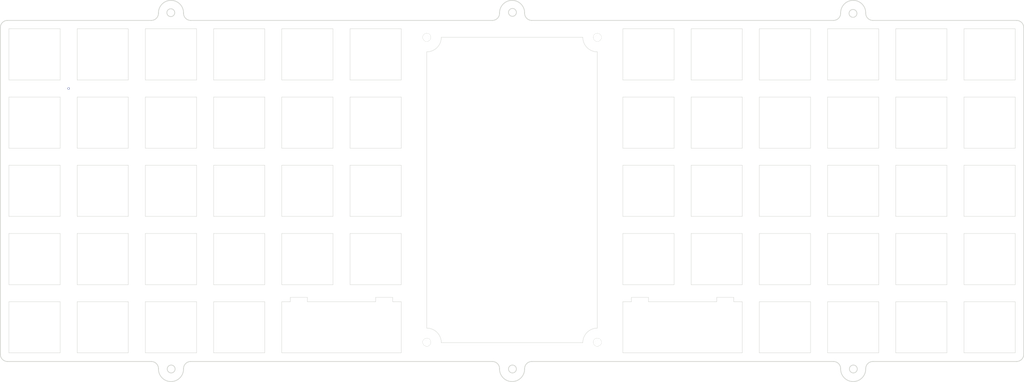
<source format=kicad_pcb>
(kicad_pcb (version 20171130) (host pcbnew "(5.1.10-1-10_14)")

  (general
    (thickness 1.6)
    (drawings 780)
    (tracks 1)
    (zones 0)
    (modules 4)
    (nets 1)
  )

  (page A4)
  (layers
    (0 F.Cu signal)
    (31 B.Cu signal)
    (32 B.Adhes user hide)
    (33 F.Adhes user hide)
    (34 B.Paste user hide)
    (35 F.Paste user hide)
    (36 B.SilkS user hide)
    (37 F.SilkS user hide)
    (38 B.Mask user hide)
    (39 F.Mask user hide)
    (40 Dwgs.User user hide)
    (41 Cmts.User user hide)
    (42 Eco1.User user hide)
    (43 Eco2.User user hide)
    (44 Edge.Cuts user)
    (45 Margin user hide)
    (46 B.CrtYd user hide)
    (47 F.CrtYd user hide)
    (48 B.Fab user hide)
    (49 F.Fab user hide)
  )

  (setup
    (last_trace_width 0.25)
    (trace_clearance 0.2)
    (zone_clearance 0.508)
    (zone_45_only no)
    (trace_min 0.2)
    (via_size 0.6)
    (via_drill 0.4)
    (via_min_size 0.4)
    (via_min_drill 0.3)
    (uvia_size 0.3)
    (uvia_drill 0.1)
    (uvias_allowed no)
    (uvia_min_size 0.2)
    (uvia_min_drill 0.1)
    (edge_width 0.1)
    (segment_width 0.2)
    (pcb_text_width 0.3)
    (pcb_text_size 1.5 1.5)
    (mod_edge_width 0.15)
    (mod_text_size 1 1)
    (mod_text_width 0.15)
    (pad_size 2.2 2.2)
    (pad_drill 2.2)
    (pad_to_mask_clearance 0)
    (aux_axis_origin 0 0)
    (visible_elements FFFFF77F)
    (pcbplotparams
      (layerselection 0x010fc_ffffffff)
      (usegerberextensions true)
      (usegerberattributes true)
      (usegerberadvancedattributes true)
      (creategerberjobfile false)
      (excludeedgelayer true)
      (linewidth 0.100000)
      (plotframeref false)
      (viasonmask false)
      (mode 1)
      (useauxorigin false)
      (hpglpennumber 1)
      (hpglpenspeed 20)
      (hpglpendiameter 15.000000)
      (psnegative false)
      (psa4output false)
      (plotreference true)
      (plotvalue true)
      (plotinvisibletext false)
      (padsonsilk false)
      (subtractmaskfromsilk false)
      (outputformat 1)
      (mirror false)
      (drillshape 0)
      (scaleselection 1)
      (outputdirectory "gerbers"))
  )

  (net 0 "")

  (net_class Default "This is the default net class."
    (clearance 0.2)
    (trace_width 0.25)
    (via_dia 0.6)
    (via_drill 0.4)
    (uvia_dia 0.3)
    (uvia_drill 0.1)
  )

  (module lumberjack:MountingHole_M2 (layer F.Cu) (tedit 60CA58F1) (tstamp 60CA835E)
    (at 108.346887 44.529371)
    (descr "Mounting Hole 2.2mm, no annular, M2")
    (tags "mounting hole 2.2mm no annular m2")
    (path /5C122533)
    (attr virtual)
    (fp_text reference H1 (at 0 -3.2) (layer F.SilkS) hide
      (effects (font (size 1 1) (thickness 0.15)))
    )
    (fp_text value M2 (at 0 3.2) (layer F.Fab)
      (effects (font (size 1 1) (thickness 0.15)))
    )
    (fp_circle (center 0 0) (end 2.2 0) (layer Cmts.User) (width 0.15))
    (fp_circle (center 0 0) (end 2.45 0) (layer F.CrtYd) (width 0.05))
    (fp_text user %R (at 0.3 0) (layer F.Fab)
      (effects (font (size 1 1) (thickness 0.15)))
    )
    (pad "" np_thru_hole circle (at 0 0) (size 2.2 2.2) (drill 2.2) (layers *.Cu *.Mask))
  )

  (module lumberjack:MountingHole_M2 (layer F.Cu) (tedit 60CA5919) (tstamp 60CA8357)
    (at 155.971927 129.65913)
    (descr "Mounting Hole 2.2mm, no annular, M2")
    (tags "mounting hole 2.2mm no annular m2")
    (path /5C13CC58)
    (attr virtual)
    (fp_text reference H4 (at 0 -3.2) (layer F.SilkS) hide
      (effects (font (size 1 1) (thickness 0.15)))
    )
    (fp_text value M2 (at 0 3.2) (layer F.Fab)
      (effects (font (size 1 1) (thickness 0.15)))
    )
    (fp_circle (center 0 0) (end 2.2 0) (layer Cmts.User) (width 0.15))
    (fp_circle (center 0 0) (end 2.45 0) (layer F.CrtYd) (width 0.05))
    (fp_text user %R (at 0.3 0) (layer F.Fab)
      (effects (font (size 1 1) (thickness 0.15)))
    )
    (pad "" np_thru_hole circle (at 0 0) (size 2.2 2.2) (drill 2.2) (layers *.Cu *.Mask))
  )

  (module lumberjack:MountingHole_M2 (layer F.Cu) (tedit 60CA5921) (tstamp 60CA8350)
    (at 108.346887 129.65913)
    (descr "Mounting Hole 2.2mm, no annular, M2")
    (tags "mounting hole 2.2mm no annular m2")
    (path /5C122541)
    (attr virtual)
    (fp_text reference H3 (at 0 -3.2) (layer F.SilkS) hide
      (effects (font (size 1 1) (thickness 0.15)))
    )
    (fp_text value M2 (at 0 3.2) (layer F.Fab)
      (effects (font (size 1 1) (thickness 0.15)))
    )
    (fp_circle (center 0 0) (end 2.2 0) (layer Cmts.User) (width 0.15))
    (fp_circle (center 0 0) (end 2.45 0) (layer F.CrtYd) (width 0.05))
    (fp_text user %R (at 0.3 0) (layer F.Fab)
      (effects (font (size 1 1) (thickness 0.15)))
    )
    (pad "" np_thru_hole circle (at 0 0) (size 2.2 2.2) (drill 2.2) (layers *.Cu *.Mask))
  )

  (module lumberjack:MountingHole_M2 (layer F.Cu) (tedit 60CA5910) (tstamp 60CA8349)
    (at 155.971927 44.529371)
    (descr "Mounting Hole 2.2mm, no annular, M2")
    (tags "mounting hole 2.2mm no annular m2")
    (path /5C12253A)
    (attr virtual)
    (fp_text reference H2 (at 0 -3.2) (layer F.SilkS) hide
      (effects (font (size 1 1) (thickness 0.15)))
    )
    (fp_text value M2 (at 0 3.2) (layer F.Fab)
      (effects (font (size 1 1) (thickness 0.15)))
    )
    (fp_circle (center 0 0) (end 2.2 0) (layer Cmts.User) (width 0.15))
    (fp_circle (center 0 0) (end 2.45 0) (layer F.CrtYd) (width 0.05))
    (fp_text user %R (at 0.3 0) (layer F.Fab)
      (effects (font (size 1 1) (thickness 0.15)))
    )
    (pad "" np_thru_hole circle (at 0 0) (size 2.2 2.2) (drill 2.2) (layers *.Cu *.Mask))
  )

  (gr_line (start 232.895401 39.800004) (end 273.042717 39.800004) (layer Edge.Cuts) (width 0.2) (tstamp 6117FAD7))
  (gr_arc (start 273.042716 133.050128) (end 273.042717 135.050129) (angle -90) (layer Edge.Cuts) (width 0.2) (tstamp 6117FADA))
  (gr_line (start 31.417717 135.050129) (end -8.733457 135.050128) (layer Edge.Cuts) (width 0.2) (tstamp 6117FAED))
  (gr_line (start -10.733457 133.050129) (end -10.733457 41.800004) (layer Edge.Cuts) (width 0.2) (tstamp 6117FAC3))
  (gr_arc (start -8.733457 41.800004) (end -8.733457 39.800004) (angle -90) (layer Edge.Cuts) (width 0.2) (tstamp 6117FAC4))
  (gr_circle (center 36.865928 37.642052) (end 37.965927 37.642052) (layer Edge.Cuts) (width 0.2) (tstamp 6117FAF4))
  (gr_circle (center 132.265928 137.142052) (end 133.365928 137.142052) (layer Edge.Cuts) (width 0.2) (tstamp 6117FAF3))
  (gr_circle (center 227.365928 37.842051) (end 228.465928 37.842051) (layer Edge.Cuts) (width 0.2) (tstamp 6117FAF2))
  (gr_circle (center 227.465928 137.142052) (end 228.565928 137.142052) (layer Edge.Cuts) (width 0.2) (tstamp 6117FAF1))
  (gr_circle (center 132.269234 37.560863) (end 133.369234 37.560863) (layer Edge.Cuts) (width 0.2) (tstamp 6117FAF0))
  (gr_circle (center 36.965928 137.142052) (end 38.065928 137.142052) (layer Edge.Cuts) (width 0.2) (tstamp 6117FAEF))
  (gr_arc (start -8.733457 133.050128) (end -10.733457 133.050129) (angle -90) (layer Edge.Cuts) (width 0.2) (tstamp 6117FAEE))
  (gr_arc (start 31.417716 137.050129) (end 33.417717 137.050129) (angle -90) (layer Edge.Cuts) (width 0.2) (tstamp 6117FAEC))
  (gr_line (start 33.417717 137.150129) (end 33.417717 137.050129) (layer Edge.Cuts) (width 0.2) (tstamp 6117FAEB))
  (gr_arc (start 36.917717 137.150129) (end 33.417717 137.150129) (angle -180) (layer Edge.Cuts) (width 0.2) (tstamp 6117FAEA))
  (gr_line (start 40.417717 137.050129) (end 40.417717 137.150129) (layer Edge.Cuts) (width 0.2) (tstamp 6117FAE9))
  (gr_arc (start 42.417717 137.050129) (end 42.417717 135.050129) (angle -90) (layer Edge.Cuts) (width 0.2) (tstamp 6117FAE8))
  (gr_line (start 126.667717 135.050129) (end 42.417717 135.050129) (layer Edge.Cuts) (width 0.2) (tstamp 6117FAE7))
  (gr_arc (start 126.667717 137.050128) (end 128.667717 137.050129) (angle -90) (layer Edge.Cuts) (width 0.2) (tstamp 6117FAE6))
  (gr_line (start 128.667717 137.150128) (end 128.667717 137.050129) (layer Edge.Cuts) (width 0.2) (tstamp 6117FAE5))
  (gr_arc (start 132.167717 137.150128) (end 128.667717 137.150128) (angle -180) (layer Edge.Cuts) (width 0.2) (tstamp 6117FAE4))
  (gr_line (start 135.667717 137.050129) (end 135.667717 137.150129) (layer Edge.Cuts) (width 0.2) (tstamp 6117FAE3))
  (gr_arc (start 137.667717 137.050129) (end 137.667717 135.050129) (angle -90) (layer Edge.Cuts) (width 0.2) (tstamp 6117FAE2))
  (gr_line (start 221.917717 135.050129) (end 137.667717 135.050129) (layer Edge.Cuts) (width 0.2) (tstamp 6117FAE1))
  (gr_arc (start 221.917717 137.050128) (end 223.917717 137.050129) (angle -90) (layer Edge.Cuts) (width 0.2) (tstamp 6117FAE0))
  (gr_line (start 223.917717 137.150128) (end 223.917717 137.050129) (layer Edge.Cuts) (width 0.2) (tstamp 6117FADF))
  (gr_arc (start 227.417717 137.150128) (end 223.917717 137.150128) (angle -180) (layer Edge.Cuts) (width 0.2) (tstamp 6117FADE))
  (gr_line (start 230.917716 137.050129) (end 230.917717 137.150129) (layer Edge.Cuts) (width 0.2) (tstamp 6117FADD))
  (gr_arc (start 232.917716 137.050128) (end 232.917717 135.050128) (angle -90) (layer Edge.Cuts) (width 0.2) (tstamp 6117FADC))
  (gr_line (start 273.042717 135.050129) (end 232.917717 135.050128) (layer Edge.Cuts) (width 0.2) (tstamp 6117FADB))
  (gr_line (start 275.042717 41.800004) (end 275.042717 133.050129) (layer Edge.Cuts) (width 0.2) (tstamp 6117FAD9))
  (gr_arc (start 273.042716 41.800004) (end 275.042717 41.800004) (angle -90) (layer Edge.Cuts) (width 0.2) (tstamp 6117FAD8))
  (gr_arc (start 232.917716 37.800128) (end 230.917717 37.800128) (angle -89.36070852) (layer Edge.Cuts) (width 0.2) (tstamp 6117FAD6))
  (gr_line (start 230.917717 37.700128) (end 230.917717 37.800128) (layer Edge.Cuts) (width 0.2) (tstamp 6117FAD5))
  (gr_arc (start 227.417717 37.700128) (end 230.917717 37.700128) (angle -180) (layer Edge.Cuts) (width 0.2) (tstamp 6117FAD4))
  (gr_line (start 223.917717 37.800129) (end 223.917717 37.700129) (layer Edge.Cuts) (width 0.2) (tstamp 6117FAD3))
  (gr_arc (start 221.917717 37.800129) (end 221.940032 39.800004) (angle -89.36070852) (layer Edge.Cuts) (width 0.2) (tstamp 6117FAD2))
  (gr_line (start 137.645401 39.800004) (end 221.940032 39.800004) (layer Edge.Cuts) (width 0.2) (tstamp 6117FAD1))
  (gr_arc (start 137.667716 37.800128) (end 135.667717 37.800128) (angle -89.36070852) (layer Edge.Cuts) (width 0.2) (tstamp 6117FAD0))
  (gr_line (start 135.667717 37.700129) (end 135.667717 37.800128) (layer Edge.Cuts) (width 0.2) (tstamp 6117FACF))
  (gr_arc (start 132.167717 37.700129) (end 135.667717 37.700129) (angle -180) (layer Edge.Cuts) (width 0.2) (tstamp 6117FACE))
  (gr_line (start 128.667717 37.800129) (end 128.667717 37.700129) (layer Edge.Cuts) (width 0.2) (tstamp 6117FACD))
  (gr_arc (start 126.667717 37.800128) (end 126.690032 39.800004) (angle -89.36070852) (layer Edge.Cuts) (width 0.2) (tstamp 6117FACC))
  (gr_line (start 42.395401 39.800004) (end 126.690032 39.800004) (layer Edge.Cuts) (width 0.2) (tstamp 6117FACB))
  (gr_arc (start 42.417716 37.800128) (end 40.417717 37.800128) (angle -89.36070852) (layer Edge.Cuts) (width 0.2) (tstamp 6117FACA))
  (gr_line (start 40.417717 37.700129) (end 40.417717 37.800128) (layer Edge.Cuts) (width 0.2) (tstamp 6117FAC9))
  (gr_arc (start 36.917717 37.700129) (end 40.417717 37.700129) (angle -180) (layer Edge.Cuts) (width 0.2) (tstamp 6117FAC8))
  (gr_line (start 33.417717 37.800129) (end 33.417717 37.700129) (layer Edge.Cuts) (width 0.2) (tstamp 6117FAC7))
  (gr_arc (start 31.417716 37.800128) (end 31.440032 39.800004) (angle -89.36070852) (layer Edge.Cuts) (width 0.2) (tstamp 6117FAC6))
  (gr_line (start -8.733457 39.800004) (end 31.440032 39.800004) (layer Edge.Cuts) (width 0.2) (tstamp 6117FAC5))
  (gr_poly (pts (xy 101.203125 75.485625) (xy 101.203125 61.198125) (xy 102.39375 60.0075) (xy 102.39375 76.67625)) (layer B.Mask) (width 0.1) (tstamp 60FD7626))
  (gr_poly (pts (xy 48.815625 75.485625) (xy 63.103125 75.485625) (xy 64.29375 76.67625) (xy 47.625 76.67625)) (layer F.Mask) (width 0.1) (tstamp 60FD7625))
  (gr_poly (pts (xy 48.815625 61.198125) (xy 48.815625 75.485625) (xy 47.625 76.67625) (xy 47.625 60.0075)) (layer F.Mask) (width 0.1) (tstamp 60FD7624))
  (gr_poly (pts (xy 44.053125 75.485625) (xy 44.053125 61.198125) (xy 45.24375 60.0075) (xy 45.24375 76.67625)) (layer B.Mask) (width 0.1) (tstamp 60FD7623))
  (gr_poly (pts (xy 10.715625 61.198125) (xy 10.715625 75.485625) (xy 9.525 76.67625) (xy 9.525 60.0075)) (layer F.Mask) (width 0.1) (tstamp 60FD762F))
  (gr_poly (pts (xy 86.915625 75.485625) (xy 101.203125 75.485625) (xy 102.39375 76.67625) (xy 85.725 76.67625)) (layer B.Mask) (width 0.1) (tstamp 60FD762E))
  (gr_poly (pts (xy 29.765625 61.198125) (xy 29.765625 75.485625) (xy 28.575 76.67625) (xy 28.575 60.0075)) (layer B.Mask) (width 0.1) (tstamp 60FD762D))
  (gr_poly (pts (xy 44.053125 61.198125) (xy 29.765625 61.198125) (xy 28.575 60.0075) (xy 45.24375 60.0075)) (layer B.Mask) (width 0.1) (tstamp 60FD762C))
  (gr_poly (pts (xy 67.865625 61.198125) (xy 67.865625 75.485625) (xy 66.675 76.67625) (xy 66.675 60.0075)) (layer F.Mask) (width 0.1) (tstamp 60FD7628))
  (gr_poly (pts (xy 82.153125 75.485625) (xy 82.153125 61.198125) (xy 83.34375 60.0075) (xy 83.34375 76.67625)) (layer F.Mask) (width 0.1) (tstamp 60FD7627))
  (gr_poly (pts (xy 29.765625 75.485625) (xy 44.053125 75.485625) (xy 45.24375 76.67625) (xy 28.575 76.67625)) (layer B.Mask) (width 0.1) (tstamp 60FD762B))
  (gr_poly (pts (xy 10.715625 75.485625) (xy 25.003125 75.485625) (xy 26.19375 76.67625) (xy 9.525 76.67625)) (layer F.Mask) (width 0.1) (tstamp 60FD762A))
  (gr_poly (pts (xy 101.203125 75.485625) (xy 101.203125 61.198125) (xy 102.39375 60.0075) (xy 102.39375 76.67625)) (layer F.Mask) (width 0.1) (tstamp 60FD7629))
  (gr_poly (pts (xy 63.103125 75.485625) (xy 63.103125 61.198125) (xy 64.29375 60.0075) (xy 64.29375 76.67625)) (layer B.Mask) (width 0.1) (tstamp 60FD763F))
  (gr_poly (pts (xy 67.865625 75.485625) (xy 82.153125 75.485625) (xy 83.34375 76.67625) (xy 66.675 76.67625)) (layer F.Mask) (width 0.1) (tstamp 60FD7634))
  (gr_poly (pts (xy 82.153125 61.198125) (xy 67.865625 61.198125) (xy 66.675 60.0075) (xy 83.34375 60.0075)) (layer F.Mask) (width 0.1) (tstamp 60FD7633))
  (gr_poly (pts (xy 5.953125 75.485625) (xy 5.953125 61.198125) (xy 7.14375 60.0075) (xy 7.14375 76.67625)) (layer B.Mask) (width 0.1) (tstamp 60FD7632))
  (gr_poly (pts (xy -8.334375 61.198125) (xy -8.334375 75.485625) (xy -9.525 76.67625) (xy -9.525 60.0075)) (layer B.Mask) (width 0.1) (tstamp 60FD7631))
  (gr_poly (pts (xy 82.153125 61.198125) (xy 67.865625 61.198125) (xy 66.675 60.0075) (xy 83.34375 60.0075)) (layer B.Mask) (width 0.1) (tstamp 60FD7630))
  (gr_poly (pts (xy 86.915625 61.198125) (xy 86.915625 75.485625) (xy 85.725 76.67625) (xy 85.725 60.0075)) (layer F.Mask) (width 0.1) (tstamp 60FD7638))
  (gr_poly (pts (xy 5.953125 75.485625) (xy 5.953125 61.198125) (xy 7.14375 60.0075) (xy 7.14375 76.67625)) (layer F.Mask) (width 0.1) (tstamp 60FD7637))
  (gr_poly (pts (xy 25.003125 61.198125) (xy 10.715625 61.198125) (xy 9.525 60.0075) (xy 26.19375 60.0075)) (layer F.Mask) (width 0.1) (tstamp 60FD7636))
  (gr_poly (pts (xy 25.003125 61.198125) (xy 10.715625 61.198125) (xy 9.525 60.0075) (xy 26.19375 60.0075)) (layer B.Mask) (width 0.1) (tstamp 60FD7635))
  (gr_poly (pts (xy -8.334375 75.485625) (xy 5.953125 75.485625) (xy 7.14375 76.67625) (xy -9.525 76.67625)) (layer B.Mask) (width 0.1) (tstamp 60FD761E))
  (gr_poly (pts (xy 44.053125 61.198125) (xy 29.765625 61.198125) (xy 28.575 60.0075) (xy 45.24375 60.0075)) (layer F.Mask) (width 0.1) (tstamp 60FD761D))
  (gr_poly (pts (xy 63.103125 75.485625) (xy 63.103125 61.198125) (xy 64.29375 60.0075) (xy 64.29375 76.67625)) (layer F.Mask) (width 0.1) (tstamp 60FD761C))
  (gr_poly (pts (xy 25.003125 75.485625) (xy 25.003125 61.198125) (xy 26.19375 60.0075) (xy 26.19375 76.67625)) (layer F.Mask) (width 0.1) (tstamp 60FD761B))
  (gr_poly (pts (xy 101.203125 42.148125) (xy 86.915625 42.148125) (xy 85.725 40.9575) (xy 102.39375 40.9575)) (layer B.Mask) (width 0.1) (tstamp 60FD71C1))
  (gr_poly (pts (xy 67.865625 75.485625) (xy 82.153125 75.485625) (xy 83.34375 76.67625) (xy 66.675 76.67625)) (layer B.Mask) (width 0.1) (tstamp 60FD7622))
  (gr_poly (pts (xy 82.153125 75.485625) (xy 82.153125 61.198125) (xy 83.34375 60.0075) (xy 83.34375 76.67625)) (layer B.Mask) (width 0.1) (tstamp 60FD7621))
  (gr_poly (pts (xy 67.865625 61.198125) (xy 67.865625 75.485625) (xy 66.675 76.67625) (xy 66.675 60.0075)) (layer B.Mask) (width 0.1) (tstamp 60FD7620))
  (gr_poly (pts (xy 5.953125 61.198125) (xy -8.334375 61.198125) (xy -9.525 60.0075) (xy 7.14375 60.0075)) (layer B.Mask) (width 0.1) (tstamp 60FD761F))
  (gr_poly (pts (xy 86.915625 56.435625) (xy 101.203125 56.435625) (xy 102.39375 57.62625) (xy 85.725 57.62625)) (layer B.Mask) (width 0.1) (tstamp 60FD71C0))
  (gr_poly (pts (xy 101.203125 56.435625) (xy 101.203125 42.148125) (xy 102.39375 40.9575) (xy 102.39375 57.62625)) (layer B.Mask) (width 0.1) (tstamp 60FD71BF))
  (gr_poly (pts (xy 86.915625 42.148125) (xy 86.915625 56.435625) (xy 85.725 57.62625) (xy 85.725 40.9575)) (layer B.Mask) (width 0.1) (tstamp 60FD71BE))
  (gr_poly (pts (xy 82.153125 42.148125) (xy 67.865625 42.148125) (xy 66.675 40.9575) (xy 83.34375 40.9575)) (layer B.Mask) (width 0.1) (tstamp 60FD71C1))
  (gr_poly (pts (xy 67.865625 56.435625) (xy 82.153125 56.435625) (xy 83.34375 57.62625) (xy 66.675 57.62625)) (layer B.Mask) (width 0.1) (tstamp 60FD71C0))
  (gr_poly (pts (xy 82.153125 56.435625) (xy 82.153125 42.148125) (xy 83.34375 40.9575) (xy 83.34375 57.62625)) (layer B.Mask) (width 0.1) (tstamp 60FD71BF))
  (gr_poly (pts (xy 67.865625 42.148125) (xy 67.865625 56.435625) (xy 66.675 57.62625) (xy 66.675 40.9575)) (layer B.Mask) (width 0.1) (tstamp 60FD71BE))
  (gr_poly (pts (xy 63.103125 42.148125) (xy 48.815625 42.148125) (xy 47.625 40.9575) (xy 64.29375 40.9575)) (layer B.Mask) (width 0.1) (tstamp 60FD71C1))
  (gr_poly (pts (xy 48.815625 56.435625) (xy 63.103125 56.435625) (xy 64.29375 57.62625) (xy 47.625 57.62625)) (layer B.Mask) (width 0.1) (tstamp 60FD71C0))
  (gr_poly (pts (xy 63.103125 56.435625) (xy 63.103125 42.148125) (xy 64.29375 40.9575) (xy 64.29375 57.62625)) (layer B.Mask) (width 0.1) (tstamp 60FD71BF))
  (gr_poly (pts (xy 48.815625 42.148125) (xy 48.815625 56.435625) (xy 47.625 57.62625) (xy 47.625 40.9575)) (layer B.Mask) (width 0.1) (tstamp 60FD71BE))
  (gr_poly (pts (xy 44.053125 42.148125) (xy 29.765625 42.148125) (xy 28.575 40.9575) (xy 45.24375 40.9575)) (layer B.Mask) (width 0.1) (tstamp 60FD71C1))
  (gr_poly (pts (xy 29.765625 56.435625) (xy 44.053125 56.435625) (xy 45.24375 57.62625) (xy 28.575 57.62625)) (layer B.Mask) (width 0.1) (tstamp 60FD71C0))
  (gr_poly (pts (xy 44.053125 56.435625) (xy 44.053125 42.148125) (xy 45.24375 40.9575) (xy 45.24375 57.62625)) (layer B.Mask) (width 0.1) (tstamp 60FD71BF))
  (gr_poly (pts (xy 29.765625 42.148125) (xy 29.765625 56.435625) (xy 28.575 57.62625) (xy 28.575 40.9575)) (layer B.Mask) (width 0.1) (tstamp 60FD71BE))
  (gr_poly (pts (xy 25.003125 42.148125) (xy 10.715625 42.148125) (xy 9.525 40.9575) (xy 26.19375 40.9575)) (layer B.Mask) (width 0.1) (tstamp 60FD71C1))
  (gr_poly (pts (xy 10.715625 56.435625) (xy 25.003125 56.435625) (xy 26.19375 57.62625) (xy 9.525 57.62625)) (layer B.Mask) (width 0.1) (tstamp 60FD71C0))
  (gr_poly (pts (xy 25.003125 56.435625) (xy 25.003125 42.148125) (xy 26.19375 40.9575) (xy 26.19375 57.62625)) (layer B.Mask) (width 0.1) (tstamp 60FD71BF))
  (gr_poly (pts (xy 10.715625 42.148125) (xy 10.715625 56.435625) (xy 9.525 57.62625) (xy 9.525 40.9575)) (layer B.Mask) (width 0.1) (tstamp 60FD71BE))
  (gr_poly (pts (xy -8.334375 56.435625) (xy 5.953125 56.435625) (xy 7.14375 57.62625) (xy -9.525 57.62625)) (layer B.Mask) (width 0.1) (tstamp 60FD7138))
  (gr_poly (pts (xy 5.953125 42.148125) (xy -8.334375 42.148125) (xy -9.525 40.9575) (xy 7.14375 40.9575)) (layer B.Mask) (width 0.1) (tstamp 60FD7137))
  (gr_poly (pts (xy -8.334375 42.148125) (xy -8.334375 56.435625) (xy -9.525 57.62625) (xy -9.525 40.9575)) (layer B.Mask) (width 0.1) (tstamp 60FD7136))
  (gr_poly (pts (xy 5.953125 56.435625) (xy 5.953125 42.148125) (xy 7.14375 40.9575) (xy 7.14375 57.62625)) (layer B.Mask) (width 0.1) (tstamp 60FD7135))
  (gr_poly (pts (xy 86.915625 56.435625) (xy 101.203125 56.435625) (xy 102.39375 57.62625) (xy 85.725 57.62625)) (layer F.Mask) (width 0.1) (tstamp 60FD7138))
  (gr_poly (pts (xy 101.203125 42.148125) (xy 86.915625 42.148125) (xy 85.725 40.9575) (xy 102.39375 40.9575)) (layer F.Mask) (width 0.1) (tstamp 60FD7137))
  (gr_poly (pts (xy 86.915625 42.148125) (xy 86.915625 56.435625) (xy 85.725 57.62625) (xy 85.725 40.9575)) (layer F.Mask) (width 0.1) (tstamp 60FD7136))
  (gr_poly (pts (xy 101.203125 56.435625) (xy 101.203125 42.148125) (xy 102.39375 40.9575) (xy 102.39375 57.62625)) (layer F.Mask) (width 0.1) (tstamp 60FD7135))
  (gr_poly (pts (xy 67.865625 56.435625) (xy 82.153125 56.435625) (xy 83.34375 57.62625) (xy 66.675 57.62625)) (layer F.Mask) (width 0.1) (tstamp 60FD7138))
  (gr_poly (pts (xy 82.153125 42.148125) (xy 67.865625 42.148125) (xy 66.675 40.9575) (xy 83.34375 40.9575)) (layer F.Mask) (width 0.1) (tstamp 60FD7137))
  (gr_poly (pts (xy 67.865625 42.148125) (xy 67.865625 56.435625) (xy 66.675 57.62625) (xy 66.675 40.9575)) (layer F.Mask) (width 0.1) (tstamp 60FD7136))
  (gr_poly (pts (xy 82.153125 56.435625) (xy 82.153125 42.148125) (xy 83.34375 40.9575) (xy 83.34375 57.62625)) (layer F.Mask) (width 0.1) (tstamp 60FD7135))
  (gr_poly (pts (xy 48.815625 56.435625) (xy 63.103125 56.435625) (xy 64.29375 57.62625) (xy 47.625 57.62625)) (layer F.Mask) (width 0.1) (tstamp 60FD7138))
  (gr_poly (pts (xy 63.103125 42.148125) (xy 48.815625 42.148125) (xy 47.625 40.9575) (xy 64.29375 40.9575)) (layer F.Mask) (width 0.1) (tstamp 60FD7137))
  (gr_poly (pts (xy 48.815625 42.148125) (xy 48.815625 56.435625) (xy 47.625 57.62625) (xy 47.625 40.9575)) (layer F.Mask) (width 0.1) (tstamp 60FD7136))
  (gr_poly (pts (xy 63.103125 56.435625) (xy 63.103125 42.148125) (xy 64.29375 40.9575) (xy 64.29375 57.62625)) (layer F.Mask) (width 0.1) (tstamp 60FD7135))
  (gr_poly (pts (xy 29.765625 56.435625) (xy 44.053125 56.435625) (xy 45.24375 57.62625) (xy 28.575 57.62625)) (layer F.Mask) (width 0.1) (tstamp 60FD7138))
  (gr_poly (pts (xy 44.053125 42.148125) (xy 29.765625 42.148125) (xy 28.575 40.9575) (xy 45.24375 40.9575)) (layer F.Mask) (width 0.1) (tstamp 60FD7137))
  (gr_poly (pts (xy 29.765625 42.148125) (xy 29.765625 56.435625) (xy 28.575 57.62625) (xy 28.575 40.9575)) (layer F.Mask) (width 0.1) (tstamp 60FD7136))
  (gr_poly (pts (xy 44.053125 56.435625) (xy 44.053125 42.148125) (xy 45.24375 40.9575) (xy 45.24375 57.62625)) (layer F.Mask) (width 0.1) (tstamp 60FD7135))
  (gr_poly (pts (xy 10.715625 56.435625) (xy 25.003125 56.435625) (xy 26.19375 57.62625) (xy 9.525 57.62625)) (layer F.Mask) (width 0.1) (tstamp 60FD7138))
  (gr_poly (pts (xy 25.003125 42.148125) (xy 10.715625 42.148125) (xy 9.525 40.9575) (xy 26.19375 40.9575)) (layer F.Mask) (width 0.1) (tstamp 60FD7137))
  (gr_poly (pts (xy 10.715625 42.148125) (xy 10.715625 56.435625) (xy 9.525 57.62625) (xy 9.525 40.9575)) (layer F.Mask) (width 0.1) (tstamp 60FD7136))
  (gr_poly (pts (xy 25.003125 56.435625) (xy 25.003125 42.148125) (xy 26.19375 40.9575) (xy 26.19375 57.62625)) (layer F.Mask) (width 0.1) (tstamp 60FD7135))
  (gr_poly (pts (xy 5.953125 56.435625) (xy 5.953125 42.148125) (xy 7.14375 40.9575) (xy 7.14375 57.62625)) (layer F.Mask) (width 0.1) (tstamp 60FD6131))
  (gr_poly (pts (xy -8.334375 42.148125) (xy -8.334375 56.435625) (xy -9.525 57.62625) (xy -9.525 40.9575)) (layer F.Mask) (width 0.1) (tstamp 60FD6130))
  (gr_poly (pts (xy -8.334375 56.435625) (xy 5.953125 56.435625) (xy 7.14375 57.62625) (xy -9.525 57.62625)) (layer F.Mask) (width 0.1) (tstamp 60FD6121))
  (gr_poly (pts (xy 5.953125 42.148125) (xy -8.334375 42.148125) (xy -9.525 40.9575) (xy 7.14375 40.9575)) (layer F.Mask) (width 0.1))
  (gr_circle (center 155.971823 44.530039) (end 155.019323 43.934724) (layer Edge.Cuts) (width 0.1) (tstamp 60E4B5C4))
  (gr_circle (center 108.346823 44.530039) (end 107.394323 43.934724) (layer Edge.Cuts) (width 0.1) (tstamp 60E4B5C4))
  (gr_circle (center 108.346823 129.660084) (end 107.394323 129.064769) (layer Edge.Cuts) (width 0.1) (tstamp 60E4B5C4))
  (gr_circle (center 155.971875 129.659607) (end 155.019375 129.064292) (layer Edge.Cuts) (width 0.1))
  (gr_line (start 155.971875 48.5775) (end 155.971927 125.729996) (layer Edge.Cuts) (width 0.1) (tstamp 60CAE331))
  (gr_line (start 108.346927 125.729996) (end 108.346875 48.5775) (layer Edge.Cuts) (width 0.1) (tstamp 60CAE330))
  (gr_arc (start 108.346927 129.778121) (end 112.395052 129.778121) (angle -90) (layer Edge.Cuts) (width 0.1) (tstamp 60CAE325))
  (gr_arc (start 155.971927 129.778121) (end 155.971927 125.729996) (angle -90) (layer Edge.Cuts) (width 0.1) (tstamp 60CAE324))
  (gr_line (start 112.395052 129.778121) (end 151.923802 129.778121) (layer Edge.Cuts) (width 0.1) (tstamp 60CAE323))
  (gr_line (start 151.92375 44.529375) (end 112.395 44.529375) (layer Edge.Cuts) (width 0.1) (tstamp 60CAE31B))
  (gr_arc (start 155.971875 44.529375) (end 151.92375 44.529375) (angle -90) (layer Edge.Cuts) (width 0.1))
  (gr_arc (start 108.346875 44.529375) (end 108.346875 48.5775) (angle -90) (layer Edge.Cuts) (width 0.1))
  (gr_line (start 5.953125 42.148125) (end -8.334375 42.148125) (layer Edge.Cuts) (width 0.1) (tstamp 60C7C273))
  (gr_line (start -8.334375 42.148125) (end -8.334375 56.435625) (layer Edge.Cuts) (width 0.1) (tstamp 60C7C276))
  (gr_line (start 44.053125 61.198125) (end 29.765625 61.198125) (layer Edge.Cuts) (width 0.1) (tstamp 60C7C279))
  (gr_line (start 10.715625 75.485625) (end 25.003125 75.485625) (layer Edge.Cuts) (width 0.1) (tstamp 60C7C27C))
  (gr_line (start 82.153125 42.148125) (end 82.153125 56.435625) (layer Edge.Cuts) (width 0.1) (tstamp 60C7C27F))
  (gr_line (start 82.153125 56.435625) (end 67.865625 56.435625) (layer Edge.Cuts) (width 0.1) (tstamp 60C7C282))
  (gr_line (start -8.334375 113.585625) (end 5.953125 113.585625) (layer Edge.Cuts) (width 0.1) (tstamp 60C7C285))
  (gr_line (start 5.953125 99.298125) (end -8.334375 99.298125) (layer Edge.Cuts) (width 0.1) (tstamp 60C7C288))
  (gr_line (start 48.815625 56.435625) (end 48.815625 42.148125) (layer Edge.Cuts) (width 0.1) (tstamp 60C7C28B))
  (gr_line (start 48.815625 42.148125) (end 63.103125 42.148125) (layer Edge.Cuts) (width 0.1) (tstamp 60C7C28E))
  (gr_line (start 44.053125 42.148125) (end 29.765625 42.148125) (layer Edge.Cuts) (width 0.1) (tstamp 60C7C291))
  (gr_line (start 29.765625 42.148125) (end 29.765625 56.435625) (layer Edge.Cuts) (width 0.1) (tstamp 60C7C294))
  (gr_line (start 29.765625 56.435625) (end 44.053125 56.435625) (layer Edge.Cuts) (width 0.1) (tstamp 60C7C297))
  (gr_line (start 44.053125 56.435625) (end 44.053125 42.148125) (layer Edge.Cuts) (width 0.1) (tstamp 60C7C29A))
  (gr_line (start 25.003125 42.148125) (end 10.715625 42.148125) (layer Edge.Cuts) (width 0.1) (tstamp 60C7C29D))
  (gr_line (start 10.715625 42.148125) (end 10.715625 56.435625) (layer Edge.Cuts) (width 0.1) (tstamp 60C7C2A0))
  (gr_line (start 67.865625 56.435625) (end 67.865625 42.148125) (layer Edge.Cuts) (width 0.1) (tstamp 60C7C2A3))
  (gr_line (start 67.865625 42.148125) (end 82.153125 42.148125) (layer Edge.Cuts) (width 0.1) (tstamp 60C7C2A6))
  (gr_line (start -8.334375 56.435625) (end 5.953125 56.435625) (layer Edge.Cuts) (width 0.1) (tstamp 60C7C2A9))
  (gr_line (start -8.334375 75.485625) (end 5.953125 75.485625) (layer Edge.Cuts) (width 0.1) (tstamp 60C7C2AC))
  (gr_line (start 10.715625 56.435625) (end 25.003125 56.435625) (layer Edge.Cuts) (width 0.1) (tstamp 60C7C2AF))
  (gr_line (start 25.003125 56.435625) (end 25.003125 42.148125) (layer Edge.Cuts) (width 0.1) (tstamp 60C7C2B2))
  (gr_line (start 5.953125 56.435625) (end 5.953125 42.148125) (layer Edge.Cuts) (width 0.1) (tstamp 60C7C2B5))
  (gr_line (start 101.203125 132.635625) (end 101.203125 118.348125) (layer Edge.Cuts) (width 0.1) (tstamp 60C7C2B8))
  (gr_line (start 70.246761 118.348233) (end 67.865509 118.348233) (layer Edge.Cuts) (width 0.1) (tstamp 60C7C2BB))
  (gr_line (start 75.009265 117.157607) (end 75.009265 118.348233) (layer Edge.Cuts) (width 0.1) (tstamp 60C7C2BE))
  (gr_line (start 98.821785 117.157607) (end 98.821785 118.348233) (layer Edge.Cuts) (width 0.1) (tstamp 60C7C2C1))
  (gr_line (start 70.246761 118.348233) (end 70.246761 117.157607) (layer Edge.Cuts) (width 0.1) (tstamp 60C7C2C4))
  (gr_line (start 101.203125 118.348125) (end 98.821785 118.348233) (layer Edge.Cuts) (width 0.1) (tstamp 60C7C2C7))
  (gr_line (start 94.059281 118.348233) (end 94.059281 117.157607) (layer Edge.Cuts) (width 0.1) (tstamp 60C7C2CA))
  (gr_line (start 101.203125 61.198125) (end 86.915625 61.198125) (layer Edge.Cuts) (width 0.1) (tstamp 60C7C2D0))
  (gr_line (start 82.153125 61.198125) (end 82.153125 75.485625) (layer Edge.Cuts) (width 0.1) (tstamp 60C7C2D3))
  (gr_line (start 86.915625 75.485625) (end 101.203125 75.485625) (layer Edge.Cuts) (width 0.1) (tstamp 60C7C2D6))
  (gr_line (start 48.815625 61.198125) (end 63.103125 61.198125) (layer Edge.Cuts) (width 0.1) (tstamp 60C7C2DF))
  (gr_line (start 86.915625 80.248125) (end 86.915625 94.535625) (layer Edge.Cuts) (width 0.1) (tstamp 60C7C2E2))
  (gr_line (start 29.765625 61.198125) (end 29.765625 75.485625) (layer Edge.Cuts) (width 0.1) (tstamp 60C7C2E5))
  (gr_line (start 101.203125 75.485625) (end 101.203125 61.198125) (layer Edge.Cuts) (width 0.1) (tstamp 60C7C2E8))
  (gr_line (start -8.334375 61.198125) (end -8.334375 75.485625) (layer Edge.Cuts) (width 0.1) (tstamp 60C7C2EB))
  (gr_line (start -8.334375 94.535713) (end 5.953125 94.535713) (layer Edge.Cuts) (width 0.1) (tstamp 60C7C2EE))
  (gr_line (start 29.765625 94.535625) (end 44.053125 94.535625) (layer Edge.Cuts) (width 0.1) (tstamp 60C7C2F1))
  (gr_line (start 25.003125 94.535625) (end 25.003125 80.248125) (layer Edge.Cuts) (width 0.1) (tstamp 60C7C2F4))
  (gr_line (start 101.203125 42.148125) (end 86.915625 42.148125) (layer Edge.Cuts) (width 0.1) (tstamp 60C7C2F7))
  (gr_line (start 10.715625 80.248125) (end 10.715625 94.535625) (layer Edge.Cuts) (width 0.1) (tstamp 60C7C2FA))
  (gr_line (start 5.953125 94.535625) (end 5.953125 80.248125) (layer Edge.Cuts) (width 0.1) (tstamp 60C7C2FD))
  (gr_line (start 5.953125 75.485625) (end 5.953125 61.198125) (layer Edge.Cuts) (width 0.1) (tstamp 60C7C300))
  (gr_line (start 67.865625 99.298125) (end 82.153125 99.298125) (layer Edge.Cuts) (width 0.1) (tstamp 60C7C303))
  (gr_line (start 29.765625 132.635625) (end 44.053125 132.635625) (layer Edge.Cuts) (width 0.1) (tstamp 60C7C306))
  (gr_line (start 10.715625 113.585625) (end 25.003125 113.585625) (layer Edge.Cuts) (width 0.1) (tstamp 60C7C309))
  (gr_line (start 82.153125 99.298125) (end 82.153125 113.585625) (layer Edge.Cuts) (width 0.1) (tstamp 60C7C30C))
  (gr_line (start 101.203125 113.585625) (end 101.203125 99.298125) (layer Edge.Cuts) (width 0.1) (tstamp 60C7C30F))
  (gr_line (start 63.103125 99.298125) (end 63.103125 113.585625) (layer Edge.Cuts) (width 0.1) (tstamp 60C7C312))
  (gr_line (start 29.765625 80.248125) (end 29.765625 94.535625) (layer Edge.Cuts) (width 0.1) (tstamp 60C7C315))
  (gr_line (start 29.765625 99.298125) (end 29.765625 113.585625) (layer Edge.Cuts) (width 0.1) (tstamp 60C7C318))
  (gr_line (start 82.153125 94.535625) (end 67.865625 94.535625) (layer Edge.Cuts) (width 0.1) (tstamp 60C7C31B))
  (gr_line (start 86.915625 99.298125) (end 86.915625 113.585625) (layer Edge.Cuts) (width 0.1) (tstamp 60C7C31E))
  (gr_line (start 101.203125 94.535625) (end 101.203125 80.248125) (layer Edge.Cuts) (width 0.1) (tstamp 60C7C321))
  (gr_line (start 29.765625 113.585625) (end 44.053125 113.585625) (layer Edge.Cuts) (width 0.1) (tstamp 60C7C324))
  (gr_line (start 94.059281 118.348233) (end 75.009265 118.348233) (layer Edge.Cuts) (width 0.1) (tstamp 60C7C327))
  (gr_line (start 63.103125 113.585625) (end 48.815625 113.585625) (layer Edge.Cuts) (width 0.1) (tstamp 60C7C32A))
  (gr_line (start 10.715625 118.348125) (end 10.715625 132.635625) (layer Edge.Cuts) (width 0.1) (tstamp 60C7C32D))
  (gr_line (start 44.053125 113.585625) (end 44.053125 99.298125) (layer Edge.Cuts) (width 0.1) (tstamp 60C7C330))
  (gr_line (start 44.053125 132.635625) (end 44.053125 118.348125) (layer Edge.Cuts) (width 0.1) (tstamp 60C7C333))
  (gr_line (start 25.003125 113.585625) (end 25.003125 99.298125) (layer Edge.Cuts) (width 0.1) (tstamp 60C7C336))
  (gr_line (start 48.815625 132.635625) (end 48.815625 118.348125) (layer Edge.Cuts) (width 0.1) (tstamp 60C7C339))
  (gr_line (start 67.865625 113.585625) (end 67.865625 99.298125) (layer Edge.Cuts) (width 0.1) (tstamp 60C7C33C))
  (gr_line (start 63.103125 132.635625) (end 48.815625 132.635625) (layer Edge.Cuts) (width 0.1) (tstamp 60C7C33F))
  (gr_line (start 82.153125 113.585625) (end 67.865625 113.585625) (layer Edge.Cuts) (width 0.1) (tstamp 60C7C342))
  (gr_line (start 10.715625 132.635625) (end 25.003125 132.635625) (layer Edge.Cuts) (width 0.1) (tstamp 60C7C345))
  (gr_line (start 48.815625 99.298125) (end 63.103125 99.298125) (layer Edge.Cuts) (width 0.1) (tstamp 60C7C348))
  (gr_line (start 25.003125 132.635625) (end 25.003125 118.348125) (layer Edge.Cuts) (width 0.1) (tstamp 60C7C34B))
  (gr_line (start 48.815625 113.585625) (end 48.815625 99.298125) (layer Edge.Cuts) (width 0.1) (tstamp 60C7C34E))
  (gr_line (start 48.815625 94.535625) (end 48.815625 80.248125) (layer Edge.Cuts) (width 0.1) (tstamp 60C7C351))
  (gr_line (start 63.103125 80.248125) (end 63.103125 94.535625) (layer Edge.Cuts) (width 0.1) (tstamp 60C7C354))
  (gr_line (start 48.815625 80.248125) (end 63.103125 80.248125) (layer Edge.Cuts) (width 0.1) (tstamp 60C7C357))
  (gr_line (start 25.003125 99.298125) (end 10.715625 99.298125) (layer Edge.Cuts) (width 0.1) (tstamp 60C7C35A))
  (gr_line (start 63.103125 56.435625) (end 48.815625 56.435625) (layer Edge.Cuts) (width 0.1) (tstamp 60C7C35D))
  (gr_line (start 101.203125 99.298125) (end 86.915625 99.298125) (layer Edge.Cuts) (width 0.1) (tstamp 60C7C360))
  (gr_line (start 44.053125 99.298125) (end 29.765625 99.298125) (layer Edge.Cuts) (width 0.1) (tstamp 60C7C363))
  (gr_line (start 82.153125 80.248125) (end 82.153125 94.535625) (layer Edge.Cuts) (width 0.1) (tstamp 60C7C366))
  (gr_line (start 25.003125 80.248125) (end 10.715625 80.248125) (layer Edge.Cuts) (width 0.1) (tstamp 60C7C369))
  (gr_line (start 63.103125 42.148125) (end 63.103125 56.435625) (layer Edge.Cuts) (width 0.1) (tstamp 60C7C36C))
  (gr_line (start 67.865625 132.635625) (end 67.865625 118.348125) (layer Edge.Cuts) (width 0.1) (tstamp 60C7C36F))
  (gr_line (start 86.915625 42.148125) (end 86.915625 56.435625) (layer Edge.Cuts) (width 0.1) (tstamp 60C7C372))
  (gr_line (start 86.915625 56.435625) (end 101.203125 56.435625) (layer Edge.Cuts) (width 0.1) (tstamp 60C7C375))
  (gr_line (start 67.865625 132.635625) (end 101.203125 132.635625) (layer Edge.Cuts) (width 0.1) (tstamp 60C7C378))
  (gr_line (start 86.915625 61.198125) (end 86.915625 75.485625) (layer Edge.Cuts) (width 0.1) (tstamp 60C7C37B))
  (gr_line (start 67.865625 61.198125) (end 82.153125 61.198125) (layer Edge.Cuts) (width 0.1) (tstamp 60C7C37E))
  (gr_line (start 63.103125 75.485625) (end 48.815625 75.485625) (layer Edge.Cuts) (width 0.1) (tstamp 60C7C381))
  (gr_line (start 5.953125 132.635625) (end 5.953125 118.348125) (layer Edge.Cuts) (width 0.1) (tstamp 60C7C384))
  (gr_line (start 63.103125 118.348125) (end 63.103125 132.635625) (layer Edge.Cuts) (width 0.1) (tstamp 60C7C387))
  (gr_line (start 94.059281 117.157607) (end 98.821785 117.157607) (layer Edge.Cuts) (width 0.1) (tstamp 60C7C38A))
  (gr_line (start 86.915625 113.585625) (end 101.203125 113.585625) (layer Edge.Cuts) (width 0.1) (tstamp 60C7C390))
  (gr_line (start 10.715625 99.298125) (end 10.715625 113.585625) (layer Edge.Cuts) (width 0.1) (tstamp 60C7C393))
  (gr_line (start 29.765625 118.348125) (end 29.765625 132.635625) (layer Edge.Cuts) (width 0.1) (tstamp 60C7C396))
  (gr_line (start 25.003125 118.348125) (end 10.715625 118.348125) (layer Edge.Cuts) (width 0.1) (tstamp 60C7C399))
  (gr_line (start 44.053125 118.348125) (end 29.765625 118.348125) (layer Edge.Cuts) (width 0.1) (tstamp 60C7C39C))
  (gr_line (start 70.246761 117.157607) (end 75.009265 117.157607) (layer Edge.Cuts) (width 0.1) (tstamp 60C7C39F))
  (gr_line (start -8.334375 118.348125) (end -8.334375 132.635625) (layer Edge.Cuts) (width 0.1) (tstamp 60C7C3A2))
  (gr_line (start 5.953125 118.348125) (end -8.334375 118.348125) (layer Edge.Cuts) (width 0.1) (tstamp 60C7C3A5))
  (gr_line (start -8.334375 132.635625) (end 5.953125 132.635625) (layer Edge.Cuts) (width 0.1) (tstamp 60C7C3A8))
  (gr_line (start 5.953125 61.198125) (end -8.334375 61.198125) (layer Edge.Cuts) (width 0.1) (tstamp 60C7C3AB))
  (gr_line (start -8.334375 80.248125) (end -8.334375 94.535625) (layer Edge.Cuts) (width 0.1) (tstamp 60C7C3AE))
  (gr_line (start 5.953125 80.248125) (end -8.334375 80.248125) (layer Edge.Cuts) (width 0.1) (tstamp 60C7C3B1))
  (gr_line (start 101.203125 56.435625) (end 101.203125 42.148125) (layer Edge.Cuts) (width 0.1) (tstamp 60C7C3B4))
  (gr_line (start 63.103125 61.198125) (end 63.103125 75.485625) (layer Edge.Cuts) (width 0.1) (tstamp 60C7C3BD))
  (gr_line (start 67.865625 80.248125) (end 82.153125 80.248125) (layer Edge.Cuts) (width 0.1) (tstamp 60C7C3C0))
  (gr_line (start 44.053125 80.248125) (end 29.765625 80.248125) (layer Edge.Cuts) (width 0.1) (tstamp 60C7C3C3))
  (gr_line (start 48.815625 75.485625) (end 48.815625 61.198125) (layer Edge.Cuts) (width 0.1) (tstamp 60C7C3C6))
  (gr_line (start 67.865625 94.535625) (end 67.865625 80.248125) (layer Edge.Cuts) (width 0.1) (tstamp 60C7C3C9))
  (gr_line (start 101.203125 80.248125) (end 86.915625 80.248125) (layer Edge.Cuts) (width 0.1) (tstamp 60C7C3CC))
  (gr_line (start 44.053125 94.535625) (end 44.053125 80.248125) (layer Edge.Cuts) (width 0.1) (tstamp 60C7C3CF))
  (gr_line (start 86.915625 94.535625) (end 101.203125 94.535625) (layer Edge.Cuts) (width 0.1) (tstamp 60C7C3D2))
  (gr_line (start 63.103125 94.535625) (end 48.815625 94.535625) (layer Edge.Cuts) (width 0.1) (tstamp 60C7C3D5))
  (gr_line (start 67.865625 75.485625) (end 67.865625 61.198125) (layer Edge.Cuts) (width 0.1) (tstamp 60C7C3D8))
  (gr_line (start 25.003125 61.198125) (end 10.715625 61.198125) (layer Edge.Cuts) (width 0.1) (tstamp 60C7C3DB))
  (gr_line (start 10.715625 61.198125) (end 10.715625 75.485625) (layer Edge.Cuts) (width 0.1) (tstamp 60C7C3DE))
  (gr_line (start 5.953125 113.585625) (end 5.953125 99.298125) (layer Edge.Cuts) (width 0.1) (tstamp 60C7C3E1))
  (gr_line (start -8.334375 99.298125) (end -8.334375 113.585625) (layer Edge.Cuts) (width 0.1) (tstamp 60C7C3E7))
  (gr_line (start 10.715625 94.535625) (end 25.003125 94.535625) (layer Edge.Cuts) (width 0.1) (tstamp 60C7C3F3))
  (gr_line (start 44.053125 75.485625) (end 44.053125 61.198125) (layer Edge.Cuts) (width 0.1) (tstamp 60C7C3F6))
  (gr_line (start 29.765625 75.485625) (end 44.053125 75.485625) (layer Edge.Cuts) (width 0.1) (tstamp 60C7C3F9))
  (gr_line (start 25.003125 75.485625) (end 25.003125 61.198125) (layer Edge.Cuts) (width 0.1) (tstamp 60C7C3EA))
  (gr_line (start 82.153125 75.485625) (end 67.865625 75.485625) (layer Edge.Cuts) (width 0.1) (tstamp 60C7C3ED))
  (gr_line (start 48.815625 118.348125) (end 63.103125 118.348125) (layer Edge.Cuts) (width 0.1) (tstamp 60C7C3F0))
  (gr_line (start 163.115625 132.635625) (end 163.115625 118.348125) (layer Edge.Cuts) (width 0.1) (tstamp 60162A39))
  (gr_line (start 196.453125 132.635625) (end 196.453125 118.348125) (layer Edge.Cuts) (width 0.1) (tstamp 60162A36))
  (gr_line (start 194.071989 118.348233) (end 194.071989 117.157607) (layer Edge.Cuts) (width 0.1))
  (gr_line (start 165.496965 117.157607) (end 165.496965 118.348233) (layer Edge.Cuts) (width 0.1))
  (gr_line (start 189.309485 117.157607) (end 189.309485 118.348233) (layer Edge.Cuts) (width 0.1))
  (gr_line (start 194.071989 118.348233) (end 196.453241 118.348233) (layer Edge.Cuts) (width 0.1))
  (gr_line (start 170.259469 117.157607) (end 165.496965 117.157607) (layer Edge.Cuts) (width 0.1))
  (gr_line (start 163.115625 118.348125) (end 165.496965 118.348233) (layer Edge.Cuts) (width 0.1) (tstamp 6015D352))
  (gr_line (start 196.453125 132.635625) (end 163.115625 132.635625) (layer Edge.Cuts) (width 0.1) (tstamp 60162A7E))
  (gr_line (start 201.215625 118.348125) (end 201.215625 132.635625) (layer Edge.Cuts) (width 0.1) (tstamp 60162A40))
  (gr_line (start 234.553125 132.635625) (end 220.265625 132.635625) (layer Edge.Cuts) (width 0.1) (tstamp 60162A2D))
  (gr_line (start 170.259469 118.348233) (end 170.259469 117.157607) (layer Edge.Cuts) (width 0.1))
  (gr_line (start 194.071989 117.157607) (end 189.309485 117.157607) (layer Edge.Cuts) (width 0.1))
  (gr_line (start 239.315625 118.348125) (end 253.603125 118.348125) (layer Edge.Cuts) (width 0.1) (tstamp 60162A3E))
  (gr_line (start 234.553125 118.348125) (end 234.553125 132.635625) (layer Edge.Cuts) (width 0.1) (tstamp 60162A2C))
  (gr_line (start 215.503125 118.348125) (end 201.215625 118.348125) (layer Edge.Cuts) (width 0.1) (tstamp 60162A2F))
  (gr_line (start 220.265625 118.348125) (end 234.553125 118.348125) (layer Edge.Cuts) (width 0.1) (tstamp 60162A3F))
  (gr_line (start 258.365625 132.635625) (end 258.365625 118.348125) (layer Edge.Cuts) (width 0.1) (tstamp 60162A38))
  (gr_line (start 239.315625 132.635625) (end 239.315625 118.348125) (layer Edge.Cuts) (width 0.1) (tstamp 60162A34))
  (gr_line (start 253.603125 132.635625) (end 239.315625 132.635625) (layer Edge.Cuts) (width 0.1) (tstamp 60162A30))
  (gr_line (start 201.215625 132.635625) (end 215.503125 132.635625) (layer Edge.Cuts) (width 0.1) (tstamp 60162A2B))
  (gr_line (start 215.503125 132.635625) (end 215.503125 118.348125) (layer Edge.Cuts) (width 0.1) (tstamp 60162A3C))
  (gr_line (start 220.265625 132.635625) (end 220.265625 118.348125) (layer Edge.Cuts) (width 0.1) (tstamp 60162A33))
  (gr_line (start 253.603125 118.348125) (end 253.603125 132.635625) (layer Edge.Cuts) (width 0.1) (tstamp 60162A37))
  (gr_line (start 170.259469 118.348233) (end 189.309485 118.348233) (layer Edge.Cuts) (width 0.1) (tstamp 6015D353))
  (gr_line (start 163.115625 94.535625) (end 163.115625 80.248125) (layer Edge.Cuts) (width 0.1) (tstamp 601629D4))
  (gr_line (start 182.165625 94.535625) (end 196.453125 94.535625) (layer Edge.Cuts) (width 0.1) (tstamp 601629D3))
  (gr_line (start 234.553125 80.248125) (end 234.553125 94.535625) (layer Edge.Cuts) (width 0.1) (tstamp 601629D1))
  (gr_line (start 163.115625 113.585625) (end 163.115625 99.298125) (layer Edge.Cuts) (width 0.1) (tstamp 60162A11))
  (gr_line (start 253.603125 99.298125) (end 253.603125 113.585625) (layer Edge.Cuts) (width 0.1) (tstamp 60162A10))
  (gr_line (start 177.403125 113.585625) (end 163.115625 113.585625) (layer Edge.Cuts) (width 0.1) (tstamp 60162A0F))
  (gr_line (start 163.115625 99.298125) (end 177.403125 99.298125) (layer Edge.Cuts) (width 0.1) (tstamp 60162A0E))
  (gr_line (start 215.503125 113.585625) (end 215.503125 99.298125) (layer Edge.Cuts) (width 0.1) (tstamp 60162A0D))
  (gr_line (start 215.503125 99.298125) (end 201.215625 99.298125) (layer Edge.Cuts) (width 0.1) (tstamp 60162A0C))
  (gr_line (start 182.165625 113.585625) (end 196.453125 113.585625) (layer Edge.Cuts) (width 0.1) (tstamp 60162A0B))
  (gr_line (start 196.453125 113.585625) (end 196.453125 99.298125) (layer Edge.Cuts) (width 0.1) (tstamp 60162A09))
  (gr_line (start 239.315625 113.585625) (end 239.315625 99.298125) (layer Edge.Cuts) (width 0.1) (tstamp 60162A07))
  (gr_line (start 220.265625 113.585625) (end 220.265625 99.298125) (layer Edge.Cuts) (width 0.1) (tstamp 60162A06))
  (gr_line (start 201.215625 113.585625) (end 215.503125 113.585625) (layer Edge.Cuts) (width 0.1) (tstamp 60162A05))
  (gr_line (start 234.553125 113.585625) (end 220.265625 113.585625) (layer Edge.Cuts) (width 0.1) (tstamp 60162A04))
  (gr_line (start 177.403125 99.298125) (end 177.403125 113.585625) (layer Edge.Cuts) (width 0.1) (tstamp 60162A03))
  (gr_line (start 234.553125 99.298125) (end 234.553125 113.585625) (layer Edge.Cuts) (width 0.1) (tstamp 60162A02))
  (gr_line (start 201.215625 99.298125) (end 201.215625 113.585625) (layer Edge.Cuts) (width 0.1) (tstamp 60162A01))
  (gr_line (start 182.165625 99.298125) (end 182.165625 113.585625) (layer Edge.Cuts) (width 0.1) (tstamp 60162A00))
  (gr_line (start 220.265625 99.298125) (end 234.553125 99.298125) (layer Edge.Cuts) (width 0.1) (tstamp 601629FF))
  (gr_line (start 239.315625 99.298125) (end 253.603125 99.298125) (layer Edge.Cuts) (width 0.1) (tstamp 601629FE))
  (gr_line (start 253.603125 113.585625) (end 239.315625 113.585625) (layer Edge.Cuts) (width 0.1) (tstamp 601629FD))
  (gr_line (start 196.453125 99.298125) (end 182.165625 99.298125) (layer Edge.Cuts) (width 0.1) (tstamp 601629FC))
  (gr_line (start 258.365625 113.585625) (end 258.365625 99.298125) (layer Edge.Cuts) (width 0.1) (tstamp 601629FB))
  (gr_line (start 177.403125 94.535625) (end 163.115625 94.535625) (layer Edge.Cuts) (width 0.1) (tstamp 601629E2))
  (gr_line (start 220.265625 94.535625) (end 220.265625 80.248125) (layer Edge.Cuts) (width 0.1) (tstamp 601629E1))
  (gr_line (start 163.115625 80.248125) (end 177.403125 80.248125) (layer Edge.Cuts) (width 0.1) (tstamp 601629E0))
  (gr_line (start 239.315625 80.248125) (end 253.603125 80.248125) (layer Edge.Cuts) (width 0.1) (tstamp 601629DE))
  (gr_line (start 182.165625 80.248125) (end 182.165625 94.535625) (layer Edge.Cuts) (width 0.1) (tstamp 601629DD))
  (gr_line (start 215.503125 80.248125) (end 201.215625 80.248125) (layer Edge.Cuts) (width 0.1) (tstamp 601629DC))
  (gr_line (start 201.215625 80.248125) (end 201.215625 94.535625) (layer Edge.Cuts) (width 0.1) (tstamp 601629DB))
  (gr_line (start 215.503125 94.535625) (end 215.503125 80.248125) (layer Edge.Cuts) (width 0.1) (tstamp 601629DA))
  (gr_line (start 196.453125 94.535625) (end 196.453125 80.248125) (layer Edge.Cuts) (width 0.1) (tstamp 601629D8))
  (gr_line (start 201.215625 94.535625) (end 215.503125 94.535625) (layer Edge.Cuts) (width 0.1) (tstamp 601629D7))
  (gr_line (start 258.365625 94.535625) (end 258.365625 80.248125) (layer Edge.Cuts) (width 0.1) (tstamp 601629D6))
  (gr_line (start 253.603125 80.248125) (end 253.603125 94.535625) (layer Edge.Cuts) (width 0.1) (tstamp 601629D5))
  (gr_line (start 177.403125 75.485625) (end 163.115625 75.485625) (layer Edge.Cuts) (width 0.1) (tstamp 601629A2))
  (gr_line (start 163.115625 61.198125) (end 177.403125 61.198125) (layer Edge.Cuts) (width 0.1) (tstamp 601629A1))
  (gr_line (start 220.265625 75.485625) (end 220.265625 61.198125) (layer Edge.Cuts) (width 0.1) (tstamp 601629A0))
  (gr_line (start 253.603125 61.198125) (end 253.603125 75.485625) (layer Edge.Cuts) (width 0.1) (tstamp 6016299D))
  (gr_line (start 258.365625 75.485625) (end 258.365625 61.198125) (layer Edge.Cuts) (width 0.1) (tstamp 6016299C))
  (gr_line (start 182.165625 61.198125) (end 182.165625 75.485625) (layer Edge.Cuts) (width 0.1) (tstamp 6016299B))
  (gr_line (start 258.365625 56.435625) (end 258.365625 42.148125) (layer Edge.Cuts) (width 0.1) (tstamp 60162994))
  (gr_line (start 239.315625 56.435625) (end 239.315625 42.148125) (layer Edge.Cuts) (width 0.1) (tstamp 60162993))
  (gr_line (start 253.603125 56.435625) (end 239.315625 56.435625) (layer Edge.Cuts) (width 0.1))
  (gr_line (start 253.603125 42.148125) (end 253.603125 56.435625) (layer Edge.Cuts) (width 0.1))
  (gr_line (start 239.315625 42.148125) (end 253.603125 42.148125) (layer Edge.Cuts) (width 0.1))
  (gr_line (start 220.265625 56.435625) (end 220.265625 42.148125) (layer Edge.Cuts) (width 0.1) (tstamp 60162992))
  (gr_line (start 234.553125 56.435625) (end 220.265625 56.435625) (layer Edge.Cuts) (width 0.1))
  (gr_line (start 234.553125 42.148125) (end 234.553125 56.435625) (layer Edge.Cuts) (width 0.1))
  (gr_line (start 220.265625 42.148125) (end 234.553125 42.148125) (layer Edge.Cuts) (width 0.1))
  (gr_line (start 215.503125 42.148125) (end 201.215625 42.148125) (layer Edge.Cuts) (width 0.1) (tstamp 60162991))
  (gr_line (start 215.503125 56.435625) (end 215.503125 42.148125) (layer Edge.Cuts) (width 0.1))
  (gr_line (start 201.215625 56.435625) (end 215.503125 56.435625) (layer Edge.Cuts) (width 0.1))
  (gr_line (start 201.215625 42.148125) (end 201.215625 56.435625) (layer Edge.Cuts) (width 0.1))
  (gr_line (start 196.453125 42.148125) (end 182.165625 42.148125) (layer Edge.Cuts) (width 0.1) (tstamp 60162990))
  (gr_line (start 196.453125 56.435625) (end 196.453125 42.148125) (layer Edge.Cuts) (width 0.1))
  (gr_line (start 182.165625 56.435625) (end 196.453125 56.435625) (layer Edge.Cuts) (width 0.1))
  (gr_line (start 182.165625 42.148125) (end 182.165625 56.435625) (layer Edge.Cuts) (width 0.1))
  (gr_line (start 163.115625 56.435625) (end 163.115625 42.148125) (layer Edge.Cuts) (width 0.1) (tstamp 6016298F))
  (gr_line (start 177.403125 56.435625) (end 163.115625 56.435625) (layer Edge.Cuts) (width 0.1))
  (gr_line (start 177.403125 42.148125) (end 177.403125 56.435625) (layer Edge.Cuts) (width 0.1))
  (gr_line (start 163.115625 42.148125) (end 177.403125 42.148125) (layer Edge.Cuts) (width 0.1))
  (gr_line (start 239.315625 94.535625) (end 239.315625 80.248125) (layer Edge.Cuts) (width 0.1) (tstamp 601629D0))
  (gr_line (start 234.553125 94.535625) (end 220.265625 94.535625) (layer Edge.Cuts) (width 0.1) (tstamp 601629CF))
  (gr_line (start 253.603125 94.535625) (end 239.315625 94.535625) (layer Edge.Cuts) (width 0.1) (tstamp 601629CE))
  (gr_line (start 220.265625 80.248125) (end 234.553125 80.248125) (layer Edge.Cuts) (width 0.1) (tstamp 601629CD))
  (gr_line (start 196.453125 80.248125) (end 182.165625 80.248125) (layer Edge.Cuts) (width 0.1) (tstamp 601629CC))
  (gr_line (start 177.403125 80.248125) (end 177.403125 94.535625) (layer Edge.Cuts) (width 0.1) (tstamp 601629CB))
  (gr_line (start 182.165625 75.485625) (end 196.453125 75.485625) (layer Edge.Cuts) (width 0.1) (tstamp 601629B2))
  (gr_line (start 215.503125 75.485625) (end 215.503125 61.198125) (layer Edge.Cuts) (width 0.1) (tstamp 601629B1))
  (gr_line (start 201.215625 61.198125) (end 201.215625 75.485625) (layer Edge.Cuts) (width 0.1) (tstamp 601629B0))
  (gr_line (start 201.215625 75.485625) (end 215.503125 75.485625) (layer Edge.Cuts) (width 0.1) (tstamp 601629AF))
  (gr_line (start 163.115625 75.485625) (end 163.115625 61.198125) (layer Edge.Cuts) (width 0.1) (tstamp 601629AE))
  (gr_line (start 234.553125 61.198125) (end 234.553125 75.485625) (layer Edge.Cuts) (width 0.1) (tstamp 601629AD))
  (gr_line (start 215.503125 61.198125) (end 201.215625 61.198125) (layer Edge.Cuts) (width 0.1) (tstamp 601629AB))
  (gr_line (start 239.315625 61.198125) (end 253.603125 61.198125) (layer Edge.Cuts) (width 0.1) (tstamp 601629AA))
  (gr_line (start 196.453125 75.485625) (end 196.453125 61.198125) (layer Edge.Cuts) (width 0.1) (tstamp 601629A9))
  (gr_line (start 196.453125 61.198125) (end 182.165625 61.198125) (layer Edge.Cuts) (width 0.1) (tstamp 601629A8))
  (gr_line (start 177.403125 61.198125) (end 177.403125 75.485625) (layer Edge.Cuts) (width 0.1) (tstamp 601629A7))
  (gr_line (start 253.603125 75.485625) (end 239.315625 75.485625) (layer Edge.Cuts) (width 0.1) (tstamp 601629A6))
  (gr_line (start 220.265625 61.198125) (end 234.553125 61.198125) (layer Edge.Cuts) (width 0.1) (tstamp 601629A5))
  (gr_line (start 239.315625 75.485625) (end 239.315625 61.198125) (layer Edge.Cuts) (width 0.1) (tstamp 601629A4))
  (gr_line (start 234.553125 75.485625) (end 220.265625 75.485625) (layer Edge.Cuts) (width 0.1) (tstamp 601629A3))
  (gr_line (start 258.365625 80.248125) (end 272.653125 80.248125) (layer Edge.Cuts) (width 0.1) (tstamp 601629D2))
  (gr_line (start 272.653125 80.248125) (end 272.653125 94.535625) (layer Edge.Cuts) (width 0.1) (tstamp 601629DF))
  (gr_line (start 272.653125 94.535713) (end 258.365625 94.535713) (layer Edge.Cuts) (width 0.1) (tstamp 601629D9))
  (gr_line (start 272.653125 61.198125) (end 272.653125 75.485625) (layer Edge.Cuts) (width 0.1) (tstamp 6016299F))
  (gr_line (start 272.653125 75.485625) (end 258.365625 75.485625) (layer Edge.Cuts) (width 0.1) (tstamp 6016299E))
  (gr_line (start 272.653125 56.435625) (end 258.365625 56.435625) (layer Edge.Cuts) (width 0.1))
  (gr_line (start 272.653125 42.148125) (end 272.653125 56.435625) (layer Edge.Cuts) (width 0.1))
  (gr_line (start 258.365625 42.148125) (end 272.653125 42.148125) (layer Edge.Cuts) (width 0.1))
  (gr_line (start 258.365625 61.198125) (end 272.653125 61.198125) (layer Edge.Cuts) (width 0.1) (tstamp 601629AC))
  (gr_line (start 272.653125 132.635625) (end 258.365625 132.635625) (layer Edge.Cuts) (width 0.1) (tstamp 60162A32))
  (gr_line (start 258.365625 118.348125) (end 272.653125 118.348125) (layer Edge.Cuts) (width 0.1) (tstamp 60162A42))
  (gr_line (start 272.653125 118.348125) (end 272.653125 132.635625) (layer Edge.Cuts) (width 0.1) (tstamp 60162A35))
  (gr_line (start 258.365625 99.298125) (end 272.653125 99.298125) (layer Edge.Cuts) (width 0.1) (tstamp 60162A12))
  (gr_line (start 272.653125 113.585625) (end 258.365625 113.585625) (layer Edge.Cuts) (width 0.1) (tstamp 60162A0A))
  (gr_line (start 272.653125 99.298125) (end 272.653125 113.585625) (layer Edge.Cuts) (width 0.1) (tstamp 60162A08))
  (gr_poly (pts (xy 86.915625 75.485625) (xy 101.203125 75.485625) (xy 102.39375 76.67625) (xy 85.725 76.67625)) (layer F.Mask) (width 0.1) (tstamp 60FD763D))
  (gr_poly (pts (xy 101.203125 61.198125) (xy 86.915625 61.198125) (xy 85.725 60.0075) (xy 102.39375 60.0075)) (layer F.Mask) (width 0.1) (tstamp 60FD763C))
  (gr_poly (pts (xy 10.715625 75.485625) (xy 25.003125 75.485625) (xy 26.19375 76.67625) (xy 9.525 76.67625)) (layer B.Mask) (width 0.1) (tstamp 60FD763E))
  (gr_poly (pts (xy 63.103125 61.198125) (xy 48.815625 61.198125) (xy 47.625 60.0075) (xy 64.29375 60.0075)) (layer F.Mask) (width 0.1) (tstamp 60FD763B))
  (gr_poly (pts (xy 101.203125 61.198125) (xy 86.915625 61.198125) (xy 85.725 60.0075) (xy 102.39375 60.0075)) (layer B.Mask) (width 0.1) (tstamp 60FD763A))
  (gr_poly (pts (xy -8.334375 61.198125) (xy -8.334375 75.485625) (xy -9.525 76.67625) (xy -9.525 60.0075)) (layer F.Mask) (width 0.1) (tstamp 60FD7639))
  (gr_poly (pts (xy 29.765625 132.635625) (xy 44.053125 132.635625) (xy 45.24375 133.82625) (xy 28.575 133.82625)) (layer F.Mask) (width 0.1) (tstamp 60FD7645))
  (gr_poly (pts (xy 5.953125 118.348125) (xy -8.334375 118.348125) (xy -9.525 117.1575) (xy 7.14375 117.1575)) (layer F.Mask) (width 0.1) (tstamp 60FD7644))
  (gr_poly (pts (xy 63.103125 118.348125) (xy 48.815625 118.348125) (xy 47.625 117.1575) (xy 64.29375 117.1575)) (layer B.Mask) (width 0.1) (tstamp 60FD7643))
  (gr_poly (pts (xy 48.815625 118.348125) (xy 48.815625 132.635625) (xy 47.625 133.82625) (xy 47.625 117.1575)) (layer B.Mask) (width 0.1) (tstamp 60FD7642))
  (gr_poly (pts (xy 25.003125 132.635625) (xy 25.003125 118.348125) (xy 26.19375 117.1575) (xy 26.19375 133.82625)) (layer B.Mask) (width 0.1) (tstamp 60FD7641))
  (gr_poly (pts (xy 63.103125 132.635625) (xy 63.103125 118.348125) (xy 64.29375 117.1575) (xy 64.29375 133.82625)) (layer B.Mask) (width 0.1) (tstamp 60FD763F))
  (gr_poly (pts (xy 10.715625 132.635625) (xy 25.003125 132.635625) (xy 26.19375 133.82625) (xy 9.525 133.82625)) (layer B.Mask) (width 0.1) (tstamp 60FD763E))
  (gr_poly (pts (xy 63.103125 118.348125) (xy 48.815625 118.348125) (xy 47.625 117.1575) (xy 64.29375 117.1575)) (layer F.Mask) (width 0.1) (tstamp 60FD763B))
  (gr_poly (pts (xy -8.334375 118.348125) (xy -8.334375 132.635625) (xy -9.525 133.82625) (xy -9.525 117.1575)) (layer F.Mask) (width 0.1) (tstamp 60FD7639))
  (gr_poly (pts (xy 5.953125 132.635625) (xy 5.953125 118.348125) (xy 7.14375 117.1575) (xy 7.14375 133.82625)) (layer F.Mask) (width 0.1) (tstamp 60FD7637))
  (gr_poly (pts (xy 25.003125 118.348125) (xy 10.715625 118.348125) (xy 9.525 117.1575) (xy 26.19375 117.1575)) (layer F.Mask) (width 0.1) (tstamp 60FD7636))
  (gr_poly (pts (xy 25.003125 118.348125) (xy 10.715625 118.348125) (xy 9.525 117.1575) (xy 26.19375 117.1575)) (layer B.Mask) (width 0.1) (tstamp 60FD7635))
  (gr_poly (pts (xy 5.953125 132.635625) (xy 5.953125 118.348125) (xy 7.14375 117.1575) (xy 7.14375 133.82625)) (layer B.Mask) (width 0.1) (tstamp 60FD7632))
  (gr_poly (pts (xy -8.334375 118.348125) (xy -8.334375 132.635625) (xy -9.525 133.82625) (xy -9.525 117.1575)) (layer B.Mask) (width 0.1) (tstamp 60FD7631))
  (gr_poly (pts (xy 10.715625 118.348125) (xy 10.715625 132.635625) (xy 9.525 133.82625) (xy 9.525 117.1575)) (layer F.Mask) (width 0.1) (tstamp 60FD762F))
  (gr_poly (pts (xy 29.765625 118.348125) (xy 29.765625 132.635625) (xy 28.575 133.82625) (xy 28.575 117.1575)) (layer B.Mask) (width 0.1) (tstamp 60FD762D))
  (gr_poly (pts (xy 44.053125 118.348125) (xy 29.765625 118.348125) (xy 28.575 117.1575) (xy 45.24375 117.1575)) (layer B.Mask) (width 0.1) (tstamp 60FD762C))
  (gr_poly (pts (xy 29.765625 132.635625) (xy 44.053125 132.635625) (xy 45.24375 133.82625) (xy 28.575 133.82625)) (layer B.Mask) (width 0.1) (tstamp 60FD762B))
  (gr_poly (pts (xy 10.715625 132.635625) (xy 25.003125 132.635625) (xy 26.19375 133.82625) (xy 9.525 133.82625)) (layer F.Mask) (width 0.1) (tstamp 60FD762A))
  (gr_poly (pts (xy 101.203125 132.635625) (xy 101.203125 118.348125) (xy 102.39375 117.1575) (xy 102.39375 133.82625)) (layer F.Mask) (width 0.1) (tstamp 60FD7629))
  (gr_poly (pts (xy 67.865625 118.348125) (xy 67.865625 132.635625) (xy 66.675 133.82625) (xy 66.675 117.1575)) (layer F.Mask) (width 0.1) (tstamp 60FD7628))
  (gr_poly (pts (xy 101.203125 132.635625) (xy 101.203125 118.348125) (xy 102.39375 117.1575) (xy 102.39375 133.82625)) (layer B.Mask) (width 0.1) (tstamp 60FD7626))
  (gr_poly (pts (xy 48.815625 132.635625) (xy 63.103125 132.635625) (xy 64.29375 133.82625) (xy 47.625 133.82625)) (layer F.Mask) (width 0.1) (tstamp 60FD7625))
  (gr_poly (pts (xy 48.815625 118.348125) (xy 48.815625 132.635625) (xy 47.625 133.82625) (xy 47.625 117.1575)) (layer F.Mask) (width 0.1) (tstamp 60FD7624))
  (gr_poly (pts (xy 44.053125 132.635625) (xy 44.053125 118.348125) (xy 45.24375 117.1575) (xy 45.24375 133.82625)) (layer B.Mask) (width 0.1) (tstamp 60FD7623))
  (gr_poly (pts (xy 67.865625 118.348125) (xy 67.865625 132.635625) (xy 66.675 133.82625) (xy 66.675 117.1575)) (layer B.Mask) (width 0.1) (tstamp 60FD7620))
  (gr_poly (pts (xy 5.953125 118.348125) (xy -8.334375 118.348125) (xy -9.525 117.1575) (xy 7.14375 117.1575)) (layer B.Mask) (width 0.1) (tstamp 60FD761F))
  (gr_poly (pts (xy -8.334375 132.635625) (xy 5.953125 132.635625) (xy 7.14375 133.82625) (xy -9.525 133.82625)) (layer B.Mask) (width 0.1) (tstamp 60FD761E))
  (gr_poly (pts (xy 44.053125 118.348125) (xy 29.765625 118.348125) (xy 28.575 117.1575) (xy 45.24375 117.1575)) (layer F.Mask) (width 0.1) (tstamp 60FD761D))
  (gr_poly (pts (xy 63.103125 132.635625) (xy 63.103125 118.348125) (xy 64.29375 117.1575) (xy 64.29375 133.82625)) (layer F.Mask) (width 0.1) (tstamp 60FD761C))
  (gr_poly (pts (xy 25.003125 132.635625) (xy 25.003125 118.348125) (xy 26.19375 117.1575) (xy 26.19375 133.82625)) (layer F.Mask) (width 0.1) (tstamp 60FD761B))
  (gr_poly (pts (xy 48.815625 113.585625) (xy 63.103125 113.585625) (xy 64.29375 114.77625) (xy 47.625 114.77625)) (layer B.Mask) (width 0.1) (tstamp 60FD764A))
  (gr_poly (pts (xy 10.715625 99.298125) (xy 10.715625 113.585625) (xy 9.525 114.77625) (xy 9.525 98.1075)) (layer B.Mask) (width 0.1) (tstamp 60FD7649))
  (gr_poly (pts (xy 29.765625 99.298125) (xy 29.765625 113.585625) (xy 28.575 114.77625) (xy 28.575 98.1075)) (layer F.Mask) (width 0.1) (tstamp 60FD7648))
  (gr_poly (pts (xy -8.334375 113.585625) (xy 5.953125 113.585625) (xy 7.14375 114.77625) (xy -9.525 114.77625)) (layer F.Mask) (width 0.1) (tstamp 60FD7647))
  (gr_poly (pts (xy 44.053125 113.585625) (xy 44.053125 99.298125) (xy 45.24375 98.1075) (xy 45.24375 114.77625)) (layer F.Mask) (width 0.1) (tstamp 60FD7646))
  (gr_poly (pts (xy 29.765625 113.585625) (xy 44.053125 113.585625) (xy 45.24375 114.77625) (xy 28.575 114.77625)) (layer F.Mask) (width 0.1) (tstamp 60FD7645))
  (gr_poly (pts (xy 5.953125 99.298125) (xy -8.334375 99.298125) (xy -9.525 98.1075) (xy 7.14375 98.1075)) (layer F.Mask) (width 0.1) (tstamp 60FD7644))
  (gr_poly (pts (xy 63.103125 99.298125) (xy 48.815625 99.298125) (xy 47.625 98.1075) (xy 64.29375 98.1075)) (layer B.Mask) (width 0.1) (tstamp 60FD7643))
  (gr_poly (pts (xy 48.815625 99.298125) (xy 48.815625 113.585625) (xy 47.625 114.77625) (xy 47.625 98.1075)) (layer B.Mask) (width 0.1) (tstamp 60FD7642))
  (gr_poly (pts (xy 25.003125 113.585625) (xy 25.003125 99.298125) (xy 26.19375 98.1075) (xy 26.19375 114.77625)) (layer B.Mask) (width 0.1) (tstamp 60FD7641))
  (gr_poly (pts (xy 86.915625 99.298125) (xy 86.915625 113.585625) (xy 85.725 114.77625) (xy 85.725 98.1075)) (layer B.Mask) (width 0.1) (tstamp 60FD7640))
  (gr_poly (pts (xy 63.103125 113.585625) (xy 63.103125 99.298125) (xy 64.29375 98.1075) (xy 64.29375 114.77625)) (layer B.Mask) (width 0.1) (tstamp 60FD763F))
  (gr_poly (pts (xy 10.715625 113.585625) (xy 25.003125 113.585625) (xy 26.19375 114.77625) (xy 9.525 114.77625)) (layer B.Mask) (width 0.1) (tstamp 60FD763E))
  (gr_poly (pts (xy 86.915625 113.585625) (xy 101.203125 113.585625) (xy 102.39375 114.77625) (xy 85.725 114.77625)) (layer F.Mask) (width 0.1) (tstamp 60FD763D))
  (gr_poly (pts (xy 101.203125 99.298125) (xy 86.915625 99.298125) (xy 85.725 98.1075) (xy 102.39375 98.1075)) (layer F.Mask) (width 0.1) (tstamp 60FD763C))
  (gr_poly (pts (xy 63.103125 99.298125) (xy 48.815625 99.298125) (xy 47.625 98.1075) (xy 64.29375 98.1075)) (layer F.Mask) (width 0.1) (tstamp 60FD763B))
  (gr_poly (pts (xy 101.203125 99.298125) (xy 86.915625 99.298125) (xy 85.725 98.1075) (xy 102.39375 98.1075)) (layer B.Mask) (width 0.1) (tstamp 60FD763A))
  (gr_poly (pts (xy -8.334375 99.298125) (xy -8.334375 113.585625) (xy -9.525 114.77625) (xy -9.525 98.1075)) (layer F.Mask) (width 0.1) (tstamp 60FD7639))
  (gr_poly (pts (xy 86.915625 99.298125) (xy 86.915625 113.585625) (xy 85.725 114.77625) (xy 85.725 98.1075)) (layer F.Mask) (width 0.1) (tstamp 60FD7638))
  (gr_poly (pts (xy 5.953125 113.585625) (xy 5.953125 99.298125) (xy 7.14375 98.1075) (xy 7.14375 114.77625)) (layer F.Mask) (width 0.1) (tstamp 60FD7637))
  (gr_poly (pts (xy 25.003125 99.298125) (xy 10.715625 99.298125) (xy 9.525 98.1075) (xy 26.19375 98.1075)) (layer F.Mask) (width 0.1) (tstamp 60FD7636))
  (gr_poly (pts (xy 25.003125 99.298125) (xy 10.715625 99.298125) (xy 9.525 98.1075) (xy 26.19375 98.1075)) (layer B.Mask) (width 0.1) (tstamp 60FD7635))
  (gr_poly (pts (xy 67.865625 113.585625) (xy 82.153125 113.585625) (xy 83.34375 114.77625) (xy 66.675 114.77625)) (layer F.Mask) (width 0.1) (tstamp 60FD7634))
  (gr_poly (pts (xy 82.153125 99.298125) (xy 67.865625 99.298125) (xy 66.675 98.1075) (xy 83.34375 98.1075)) (layer F.Mask) (width 0.1) (tstamp 60FD7633))
  (gr_poly (pts (xy 5.953125 113.585625) (xy 5.953125 99.298125) (xy 7.14375 98.1075) (xy 7.14375 114.77625)) (layer B.Mask) (width 0.1) (tstamp 60FD7632))
  (gr_poly (pts (xy -8.334375 99.298125) (xy -8.334375 113.585625) (xy -9.525 114.77625) (xy -9.525 98.1075)) (layer B.Mask) (width 0.1) (tstamp 60FD7631))
  (gr_poly (pts (xy 82.153125 99.298125) (xy 67.865625 99.298125) (xy 66.675 98.1075) (xy 83.34375 98.1075)) (layer B.Mask) (width 0.1) (tstamp 60FD7630))
  (gr_poly (pts (xy 10.715625 99.298125) (xy 10.715625 113.585625) (xy 9.525 114.77625) (xy 9.525 98.1075)) (layer F.Mask) (width 0.1) (tstamp 60FD762F))
  (gr_poly (pts (xy 86.915625 113.585625) (xy 101.203125 113.585625) (xy 102.39375 114.77625) (xy 85.725 114.77625)) (layer B.Mask) (width 0.1) (tstamp 60FD762E))
  (gr_poly (pts (xy 29.765625 99.298125) (xy 29.765625 113.585625) (xy 28.575 114.77625) (xy 28.575 98.1075)) (layer B.Mask) (width 0.1) (tstamp 60FD762D))
  (gr_poly (pts (xy 44.053125 99.298125) (xy 29.765625 99.298125) (xy 28.575 98.1075) (xy 45.24375 98.1075)) (layer B.Mask) (width 0.1) (tstamp 60FD762C))
  (gr_poly (pts (xy 29.765625 113.585625) (xy 44.053125 113.585625) (xy 45.24375 114.77625) (xy 28.575 114.77625)) (layer B.Mask) (width 0.1) (tstamp 60FD762B))
  (gr_poly (pts (xy 10.715625 113.585625) (xy 25.003125 113.585625) (xy 26.19375 114.77625) (xy 9.525 114.77625)) (layer F.Mask) (width 0.1) (tstamp 60FD762A))
  (gr_poly (pts (xy 101.203125 113.585625) (xy 101.203125 99.298125) (xy 102.39375 98.1075) (xy 102.39375 114.77625)) (layer F.Mask) (width 0.1) (tstamp 60FD7629))
  (gr_poly (pts (xy 67.865625 99.298125) (xy 67.865625 113.585625) (xy 66.675 114.77625) (xy 66.675 98.1075)) (layer F.Mask) (width 0.1) (tstamp 60FD7628))
  (gr_poly (pts (xy 82.153125 113.585625) (xy 82.153125 99.298125) (xy 83.34375 98.1075) (xy 83.34375 114.77625)) (layer F.Mask) (width 0.1) (tstamp 60FD7627))
  (gr_poly (pts (xy 101.203125 113.585625) (xy 101.203125 99.298125) (xy 102.39375 98.1075) (xy 102.39375 114.77625)) (layer B.Mask) (width 0.1) (tstamp 60FD7626))
  (gr_poly (pts (xy 48.815625 113.585625) (xy 63.103125 113.585625) (xy 64.29375 114.77625) (xy 47.625 114.77625)) (layer F.Mask) (width 0.1) (tstamp 60FD7625))
  (gr_poly (pts (xy 48.815625 99.298125) (xy 48.815625 113.585625) (xy 47.625 114.77625) (xy 47.625 98.1075)) (layer F.Mask) (width 0.1) (tstamp 60FD7624))
  (gr_poly (pts (xy 44.053125 113.585625) (xy 44.053125 99.298125) (xy 45.24375 98.1075) (xy 45.24375 114.77625)) (layer B.Mask) (width 0.1) (tstamp 60FD7623))
  (gr_poly (pts (xy 67.865625 113.585625) (xy 82.153125 113.585625) (xy 83.34375 114.77625) (xy 66.675 114.77625)) (layer B.Mask) (width 0.1) (tstamp 60FD7622))
  (gr_poly (pts (xy 82.153125 113.585625) (xy 82.153125 99.298125) (xy 83.34375 98.1075) (xy 83.34375 114.77625)) (layer B.Mask) (width 0.1) (tstamp 60FD7621))
  (gr_poly (pts (xy 67.865625 99.298125) (xy 67.865625 113.585625) (xy 66.675 114.77625) (xy 66.675 98.1075)) (layer B.Mask) (width 0.1) (tstamp 60FD7620))
  (gr_poly (pts (xy 5.953125 99.298125) (xy -8.334375 99.298125) (xy -9.525 98.1075) (xy 7.14375 98.1075)) (layer B.Mask) (width 0.1) (tstamp 60FD761F))
  (gr_poly (pts (xy -8.334375 113.585625) (xy 5.953125 113.585625) (xy 7.14375 114.77625) (xy -9.525 114.77625)) (layer B.Mask) (width 0.1) (tstamp 60FD761E))
  (gr_poly (pts (xy 44.053125 99.298125) (xy 29.765625 99.298125) (xy 28.575 98.1075) (xy 45.24375 98.1075)) (layer F.Mask) (width 0.1) (tstamp 60FD761D))
  (gr_poly (pts (xy 63.103125 113.585625) (xy 63.103125 99.298125) (xy 64.29375 98.1075) (xy 64.29375 114.77625)) (layer F.Mask) (width 0.1) (tstamp 60FD761C))
  (gr_poly (pts (xy 25.003125 113.585625) (xy 25.003125 99.298125) (xy 26.19375 98.1075) (xy 26.19375 114.77625)) (layer F.Mask) (width 0.1) (tstamp 60FD761B))
  (gr_poly (pts (xy 48.815625 94.535625) (xy 63.103125 94.535625) (xy 64.29375 95.72625) (xy 47.625 95.72625)) (layer B.Mask) (width 0.1) (tstamp 60FD764A))
  (gr_poly (pts (xy 10.715625 80.248125) (xy 10.715625 94.535625) (xy 9.525 95.72625) (xy 9.525 79.0575)) (layer B.Mask) (width 0.1) (tstamp 60FD7649))
  (gr_poly (pts (xy 29.765625 80.248125) (xy 29.765625 94.535625) (xy 28.575 95.72625) (xy 28.575 79.0575)) (layer F.Mask) (width 0.1) (tstamp 60FD7648))
  (gr_poly (pts (xy -8.334375 94.535625) (xy 5.953125 94.535625) (xy 7.14375 95.72625) (xy -9.525 95.72625)) (layer F.Mask) (width 0.1) (tstamp 60FD7647))
  (gr_poly (pts (xy 44.053125 94.535625) (xy 44.053125 80.248125) (xy 45.24375 79.0575) (xy 45.24375 95.72625)) (layer F.Mask) (width 0.1) (tstamp 60FD7646))
  (gr_poly (pts (xy 29.765625 94.535625) (xy 44.053125 94.535625) (xy 45.24375 95.72625) (xy 28.575 95.72625)) (layer F.Mask) (width 0.1) (tstamp 60FD7645))
  (gr_poly (pts (xy 5.953125 80.248125) (xy -8.334375 80.248125) (xy -9.525 79.0575) (xy 7.14375 79.0575)) (layer F.Mask) (width 0.1) (tstamp 60FD7644))
  (gr_poly (pts (xy 63.103125 80.248125) (xy 48.815625 80.248125) (xy 47.625 79.0575) (xy 64.29375 79.0575)) (layer B.Mask) (width 0.1) (tstamp 60FD7643))
  (gr_poly (pts (xy 48.815625 80.248125) (xy 48.815625 94.535625) (xy 47.625 95.72625) (xy 47.625 79.0575)) (layer B.Mask) (width 0.1) (tstamp 60FD7642))
  (gr_poly (pts (xy 25.003125 94.535625) (xy 25.003125 80.248125) (xy 26.19375 79.0575) (xy 26.19375 95.72625)) (layer B.Mask) (width 0.1) (tstamp 60FD7641))
  (gr_poly (pts (xy 86.915625 80.248125) (xy 86.915625 94.535625) (xy 85.725 95.72625) (xy 85.725 79.0575)) (layer B.Mask) (width 0.1) (tstamp 60FD7640))
  (gr_poly (pts (xy 63.103125 94.535625) (xy 63.103125 80.248125) (xy 64.29375 79.0575) (xy 64.29375 95.72625)) (layer B.Mask) (width 0.1) (tstamp 60FD763F))
  (gr_poly (pts (xy 10.715625 94.535625) (xy 25.003125 94.535625) (xy 26.19375 95.72625) (xy 9.525 95.72625)) (layer B.Mask) (width 0.1) (tstamp 60FD763E))
  (gr_poly (pts (xy 86.915625 94.535625) (xy 101.203125 94.535625) (xy 102.39375 95.72625) (xy 85.725 95.72625)) (layer F.Mask) (width 0.1) (tstamp 60FD763D))
  (gr_poly (pts (xy 101.203125 80.248125) (xy 86.915625 80.248125) (xy 85.725 79.0575) (xy 102.39375 79.0575)) (layer F.Mask) (width 0.1) (tstamp 60FD763C))
  (gr_poly (pts (xy 63.103125 80.248125) (xy 48.815625 80.248125) (xy 47.625 79.0575) (xy 64.29375 79.0575)) (layer F.Mask) (width 0.1) (tstamp 60FD763B))
  (gr_poly (pts (xy 101.203125 80.248125) (xy 86.915625 80.248125) (xy 85.725 79.0575) (xy 102.39375 79.0575)) (layer B.Mask) (width 0.1) (tstamp 60FD763A))
  (gr_poly (pts (xy -8.334375 80.248125) (xy -8.334375 94.535625) (xy -9.525 95.72625) (xy -9.525 79.0575)) (layer F.Mask) (width 0.1) (tstamp 60FD7639))
  (gr_poly (pts (xy 86.915625 80.248125) (xy 86.915625 94.535625) (xy 85.725 95.72625) (xy 85.725 79.0575)) (layer F.Mask) (width 0.1) (tstamp 60FD7638))
  (gr_poly (pts (xy 5.953125 94.535625) (xy 5.953125 80.248125) (xy 7.14375 79.0575) (xy 7.14375 95.72625)) (layer F.Mask) (width 0.1) (tstamp 60FD7637))
  (gr_poly (pts (xy 25.003125 80.248125) (xy 10.715625 80.248125) (xy 9.525 79.0575) (xy 26.19375 79.0575)) (layer F.Mask) (width 0.1) (tstamp 60FD7636))
  (gr_poly (pts (xy 25.003125 80.248125) (xy 10.715625 80.248125) (xy 9.525 79.0575) (xy 26.19375 79.0575)) (layer B.Mask) (width 0.1) (tstamp 60FD7635))
  (gr_poly (pts (xy 67.865625 94.535625) (xy 82.153125 94.535625) (xy 83.34375 95.72625) (xy 66.675 95.72625)) (layer F.Mask) (width 0.1) (tstamp 60FD7634))
  (gr_poly (pts (xy 82.153125 80.248125) (xy 67.865625 80.248125) (xy 66.675 79.0575) (xy 83.34375 79.0575)) (layer F.Mask) (width 0.1) (tstamp 60FD7633))
  (gr_poly (pts (xy 5.953125 94.535625) (xy 5.953125 80.248125) (xy 7.14375 79.0575) (xy 7.14375 95.72625)) (layer B.Mask) (width 0.1) (tstamp 60FD7632))
  (gr_poly (pts (xy -8.334375 80.248125) (xy -8.334375 94.535625) (xy -9.525 95.72625) (xy -9.525 79.0575)) (layer B.Mask) (width 0.1) (tstamp 60FD7631))
  (gr_poly (pts (xy 82.153125 80.248125) (xy 67.865625 80.248125) (xy 66.675 79.0575) (xy 83.34375 79.0575)) (layer B.Mask) (width 0.1) (tstamp 60FD7630))
  (gr_poly (pts (xy 10.715625 80.248125) (xy 10.715625 94.535625) (xy 9.525 95.72625) (xy 9.525 79.0575)) (layer F.Mask) (width 0.1) (tstamp 60FD762F))
  (gr_poly (pts (xy 86.915625 94.535625) (xy 101.203125 94.535625) (xy 102.39375 95.72625) (xy 85.725 95.72625)) (layer B.Mask) (width 0.1) (tstamp 60FD762E))
  (gr_poly (pts (xy 29.765625 80.248125) (xy 29.765625 94.535625) (xy 28.575 95.72625) (xy 28.575 79.0575)) (layer B.Mask) (width 0.1) (tstamp 60FD762D))
  (gr_poly (pts (xy 44.053125 80.248125) (xy 29.765625 80.248125) (xy 28.575 79.0575) (xy 45.24375 79.0575)) (layer B.Mask) (width 0.1) (tstamp 60FD762C))
  (gr_poly (pts (xy 29.765625 94.535625) (xy 44.053125 94.535625) (xy 45.24375 95.72625) (xy 28.575 95.72625)) (layer B.Mask) (width 0.1) (tstamp 60FD762B))
  (gr_poly (pts (xy 10.715625 94.535625) (xy 25.003125 94.535625) (xy 26.19375 95.72625) (xy 9.525 95.72625)) (layer F.Mask) (width 0.1) (tstamp 60FD762A))
  (gr_poly (pts (xy 101.203125 94.535625) (xy 101.203125 80.248125) (xy 102.39375 79.0575) (xy 102.39375 95.72625)) (layer F.Mask) (width 0.1) (tstamp 60FD7629))
  (gr_poly (pts (xy 67.865625 80.248125) (xy 67.865625 94.535625) (xy 66.675 95.72625) (xy 66.675 79.0575)) (layer F.Mask) (width 0.1) (tstamp 60FD7628))
  (gr_poly (pts (xy 82.153125 94.535625) (xy 82.153125 80.248125) (xy 83.34375 79.0575) (xy 83.34375 95.72625)) (layer F.Mask) (width 0.1) (tstamp 60FD7627))
  (gr_poly (pts (xy 101.203125 94.535625) (xy 101.203125 80.248125) (xy 102.39375 79.0575) (xy 102.39375 95.72625)) (layer B.Mask) (width 0.1) (tstamp 60FD7626))
  (gr_poly (pts (xy 48.815625 94.535625) (xy 63.103125 94.535625) (xy 64.29375 95.72625) (xy 47.625 95.72625)) (layer F.Mask) (width 0.1) (tstamp 60FD7625))
  (gr_poly (pts (xy 48.815625 80.248125) (xy 48.815625 94.535625) (xy 47.625 95.72625) (xy 47.625 79.0575)) (layer F.Mask) (width 0.1) (tstamp 60FD7624))
  (gr_poly (pts (xy 44.053125 94.535625) (xy 44.053125 80.248125) (xy 45.24375 79.0575) (xy 45.24375 95.72625)) (layer B.Mask) (width 0.1) (tstamp 60FD7623))
  (gr_poly (pts (xy 67.865625 94.535625) (xy 82.153125 94.535625) (xy 83.34375 95.72625) (xy 66.675 95.72625)) (layer B.Mask) (width 0.1) (tstamp 60FD7622))
  (gr_poly (pts (xy 82.153125 94.535625) (xy 82.153125 80.248125) (xy 83.34375 79.0575) (xy 83.34375 95.72625)) (layer B.Mask) (width 0.1) (tstamp 60FD7621))
  (gr_poly (pts (xy 67.865625 80.248125) (xy 67.865625 94.535625) (xy 66.675 95.72625) (xy 66.675 79.0575)) (layer B.Mask) (width 0.1) (tstamp 60FD7620))
  (gr_poly (pts (xy 5.953125 80.248125) (xy -8.334375 80.248125) (xy -9.525 79.0575) (xy 7.14375 79.0575)) (layer B.Mask) (width 0.1) (tstamp 60FD761F))
  (gr_poly (pts (xy -8.334375 94.535625) (xy 5.953125 94.535625) (xy 7.14375 95.72625) (xy -9.525 95.72625)) (layer B.Mask) (width 0.1) (tstamp 60FD761E))
  (gr_poly (pts (xy 44.053125 80.248125) (xy 29.765625 80.248125) (xy 28.575 79.0575) (xy 45.24375 79.0575)) (layer F.Mask) (width 0.1) (tstamp 60FD761D))
  (gr_poly (pts (xy 63.103125 94.535625) (xy 63.103125 80.248125) (xy 64.29375 79.0575) (xy 64.29375 95.72625)) (layer F.Mask) (width 0.1) (tstamp 60FD761C))
  (gr_poly (pts (xy 25.003125 94.535625) (xy 25.003125 80.248125) (xy 26.19375 79.0575) (xy 26.19375 95.72625)) (layer F.Mask) (width 0.1) (tstamp 60FD761B))
  (gr_poly (pts (xy 48.815625 75.485625) (xy 63.103125 75.485625) (xy 64.29375 76.67625) (xy 47.625 76.67625)) (layer B.Mask) (width 0.1) (tstamp 60FD764A))
  (gr_poly (pts (xy 10.715625 61.198125) (xy 10.715625 75.485625) (xy 9.525 76.67625) (xy 9.525 60.0075)) (layer B.Mask) (width 0.1) (tstamp 60FD7649))
  (gr_poly (pts (xy 29.765625 61.198125) (xy 29.765625 75.485625) (xy 28.575 76.67625) (xy 28.575 60.0075)) (layer F.Mask) (width 0.1) (tstamp 60FD7648))
  (gr_poly (pts (xy -8.334375 75.485625) (xy 5.953125 75.485625) (xy 7.14375 76.67625) (xy -9.525 76.67625)) (layer F.Mask) (width 0.1) (tstamp 60FD7647))
  (gr_poly (pts (xy 44.053125 75.485625) (xy 44.053125 61.198125) (xy 45.24375 60.0075) (xy 45.24375 76.67625)) (layer F.Mask) (width 0.1) (tstamp 60FD7646))
  (gr_poly (pts (xy 29.765625 75.485625) (xy 44.053125 75.485625) (xy 45.24375 76.67625) (xy 28.575 76.67625)) (layer F.Mask) (width 0.1) (tstamp 60FD7645))
  (gr_poly (pts (xy 5.953125 61.198125) (xy -8.334375 61.198125) (xy -9.525 60.0075) (xy 7.14375 60.0075)) (layer F.Mask) (width 0.1) (tstamp 60FD7644))
  (gr_poly (pts (xy 63.103125 61.198125) (xy 48.815625 61.198125) (xy 47.625 60.0075) (xy 64.29375 60.0075)) (layer B.Mask) (width 0.1) (tstamp 60FD7643))
  (gr_poly (pts (xy 48.815625 61.198125) (xy 48.815625 75.485625) (xy 47.625 76.67625) (xy 47.625 60.0075)) (layer B.Mask) (width 0.1) (tstamp 60FD7642))
  (gr_poly (pts (xy 25.003125 75.485625) (xy 25.003125 61.198125) (xy 26.19375 60.0075) (xy 26.19375 76.67625)) (layer B.Mask) (width 0.1) (tstamp 60FD7641))
  (gr_poly (pts (xy 86.915625 61.198125) (xy 86.915625 75.485625) (xy 85.725 76.67625) (xy 85.725 60.0075)) (layer B.Mask) (width 0.1) (tstamp 60FD7640))
  (gr_poly (pts (xy 258.365625 94.535625) (xy 272.653125 94.535625) (xy 273.84375 95.72625) (xy 257.175 95.72625)) (layer B.Mask) (width 0.1) (tstamp 60FD762E))
  (gr_poly (pts (xy 201.215625 80.248125) (xy 201.215625 94.535625) (xy 200.025 95.72625) (xy 200.025 79.0575)) (layer B.Mask) (width 0.1) (tstamp 60FD762D))
  (gr_poly (pts (xy 253.603125 80.248125) (xy 239.315625 80.248125) (xy 238.125 79.0575) (xy 254.79375 79.0575)) (layer B.Mask) (width 0.1) (tstamp 60FD7630))
  (gr_poly (pts (xy 182.165625 80.248125) (xy 182.165625 94.535625) (xy 180.975 95.72625) (xy 180.975 79.0575)) (layer F.Mask) (width 0.1) (tstamp 60FD762F))
  (gr_poly (pts (xy 201.215625 99.298125) (xy 201.215625 113.585625) (xy 200.025 114.77625) (xy 200.025 98.1075)) (layer F.Mask) (width 0.1) (tstamp 60FD7648))
  (gr_poly (pts (xy 163.115625 113.585625) (xy 177.403125 113.585625) (xy 178.59375 114.77625) (xy 161.925 114.77625)) (layer F.Mask) (width 0.1) (tstamp 60FD7647))
  (gr_poly (pts (xy 258.365625 80.248125) (xy 258.365625 94.535625) (xy 257.175 95.72625) (xy 257.175 79.0575)) (layer F.Mask) (width 0.1) (tstamp 60FD7638))
  (gr_poly (pts (xy 177.403125 94.535625) (xy 177.403125 80.248125) (xy 178.59375 79.0575) (xy 178.59375 95.72625)) (layer F.Mask) (width 0.1) (tstamp 60FD7637))
  (gr_poly (pts (xy 201.215625 118.348125) (xy 201.215625 132.635625) (xy 200.025 133.82625) (xy 200.025 117.1575)) (layer B.Mask) (width 0.1) (tstamp 60FD762D))
  (gr_poly (pts (xy 182.165625 94.535625) (xy 196.453125 94.535625) (xy 197.64375 95.72625) (xy 180.975 95.72625)) (layer B.Mask) (width 0.1) (tstamp 60FD763E))
  (gr_poly (pts (xy 258.365625 94.535625) (xy 272.653125 94.535625) (xy 273.84375 95.72625) (xy 257.175 95.72625)) (layer F.Mask) (width 0.1) (tstamp 60FD763D))
  (gr_poly (pts (xy 215.503125 118.348125) (xy 201.215625 118.348125) (xy 200.025 117.1575) (xy 216.69375 117.1575)) (layer B.Mask) (width 0.1) (tstamp 60FD762C))
  (gr_poly (pts (xy 272.653125 80.248125) (xy 258.365625 80.248125) (xy 257.175 79.0575) (xy 273.84375 79.0575)) (layer F.Mask) (width 0.1) (tstamp 60FD763C))
  (gr_poly (pts (xy 234.553125 80.248125) (xy 220.265625 80.248125) (xy 219.075 79.0575) (xy 235.74375 79.0575)) (layer F.Mask) (width 0.1) (tstamp 60FD763B))
  (gr_poly (pts (xy 201.215625 132.635625) (xy 215.503125 132.635625) (xy 216.69375 133.82625) (xy 200.025 133.82625)) (layer B.Mask) (width 0.1) (tstamp 60FD762B))
  (gr_poly (pts (xy 239.315625 56.435625) (xy 253.603125 56.435625) (xy 254.79375 57.62625) (xy 238.125 57.62625)) (layer B.Mask) (width 0.1) (tstamp 60FD7622))
  (gr_poly (pts (xy 253.603125 56.435625) (xy 253.603125 42.148125) (xy 254.79375 40.9575) (xy 254.79375 57.62625)) (layer B.Mask) (width 0.1) (tstamp 60FD7621))
  (gr_poly (pts (xy 220.265625 80.248125) (xy 220.265625 94.535625) (xy 219.075 95.72625) (xy 219.075 79.0575)) (layer F.Mask) (width 0.1) (tstamp 60FD7624))
  (gr_poly (pts (xy 215.503125 94.535625) (xy 215.503125 80.248125) (xy 216.69375 79.0575) (xy 216.69375 95.72625)) (layer B.Mask) (width 0.1) (tstamp 60FD7623))
  (gr_poly (pts (xy 234.553125 56.435625) (xy 234.553125 42.148125) (xy 235.74375 40.9575) (xy 235.74375 57.62625)) (layer F.Mask) (width 0.1) (tstamp 60FD761C))
  (gr_poly (pts (xy 196.453125 56.435625) (xy 196.453125 42.148125) (xy 197.64375 40.9575) (xy 197.64375 57.62625)) (layer F.Mask) (width 0.1) (tstamp 60FD761B))
  (gr_poly (pts (xy 272.653125 132.635625) (xy 272.653125 118.348125) (xy 273.84375 117.1575) (xy 273.84375 133.82625)) (layer F.Mask) (width 0.1) (tstamp 60FD7629))
  (gr_poly (pts (xy 48.815625 132.635625) (xy 63.103125 132.635625) (xy 64.29375 133.82625) (xy 47.625 133.82625)) (layer B.Mask) (width 0.1) (tstamp 60FD764A))
  (gr_poly (pts (xy 10.715625 118.348125) (xy 10.715625 132.635625) (xy 9.525 133.82625) (xy 9.525 117.1575)) (layer B.Mask) (width 0.1) (tstamp 60FD7649))
  (gr_poly (pts (xy 258.365625 56.435625) (xy 272.653125 56.435625) (xy 273.84375 57.62625) (xy 257.175 57.62625)) (layer B.Mask) (width 0.1) (tstamp 60FD762E))
  (gr_poly (pts (xy 201.215625 42.148125) (xy 201.215625 56.435625) (xy 200.025 57.62625) (xy 200.025 40.9575)) (layer B.Mask) (width 0.1) (tstamp 60FD762D))
  (gr_poly (pts (xy 215.503125 80.248125) (xy 201.215625 80.248125) (xy 200.025 79.0575) (xy 216.69375 79.0575)) (layer B.Mask) (width 0.1) (tstamp 60FD762C))
  (gr_poly (pts (xy 239.315625 94.535625) (xy 253.603125 94.535625) (xy 254.79375 95.72625) (xy 238.125 95.72625)) (layer B.Mask) (width 0.1) (tstamp 60FD7622))
  (gr_poly (pts (xy 253.603125 94.535625) (xy 253.603125 80.248125) (xy 254.79375 79.0575) (xy 254.79375 95.72625)) (layer B.Mask) (width 0.1) (tstamp 60FD7621))
  (gr_poly (pts (xy 201.215625 94.535625) (xy 215.503125 94.535625) (xy 216.69375 95.72625) (xy 200.025 95.72625)) (layer B.Mask) (width 0.1) (tstamp 60FD762B))
  (gr_poly (pts (xy 182.165625 94.535625) (xy 196.453125 94.535625) (xy 197.64375 95.72625) (xy 180.975 95.72625)) (layer F.Mask) (width 0.1) (tstamp 60FD762A))
  (gr_poly (pts (xy 272.653125 94.535625) (xy 272.653125 80.248125) (xy 273.84375 79.0575) (xy 273.84375 95.72625)) (layer F.Mask) (width 0.1) (tstamp 60FD7629))
  (gr_poly (pts (xy 239.315625 80.248125) (xy 239.315625 94.535625) (xy 238.125 95.72625) (xy 238.125 79.0575)) (layer F.Mask) (width 0.1) (tstamp 60FD7628))
  (gr_poly (pts (xy 253.603125 94.535625) (xy 253.603125 80.248125) (xy 254.79375 79.0575) (xy 254.79375 95.72625)) (layer F.Mask) (width 0.1) (tstamp 60FD7627))
  (gr_poly (pts (xy 272.653125 94.535625) (xy 272.653125 80.248125) (xy 273.84375 79.0575) (xy 273.84375 95.72625)) (layer B.Mask) (width 0.1) (tstamp 60FD7626))
  (gr_poly (pts (xy 220.265625 94.535625) (xy 234.553125 94.535625) (xy 235.74375 95.72625) (xy 219.075 95.72625)) (layer F.Mask) (width 0.1) (tstamp 60FD7625))
  (gr_poly (pts (xy 239.315625 80.248125) (xy 239.315625 94.535625) (xy 238.125 95.72625) (xy 238.125 79.0575)) (layer B.Mask) (width 0.1) (tstamp 60FD7620))
  (gr_poly (pts (xy 177.403125 80.248125) (xy 163.115625 80.248125) (xy 161.925 79.0575) (xy 178.59375 79.0575)) (layer B.Mask) (width 0.1) (tstamp 60FD761F))
  (gr_poly (pts (xy 163.115625 94.535625) (xy 177.403125 94.535625) (xy 178.59375 95.72625) (xy 161.925 95.72625)) (layer B.Mask) (width 0.1) (tstamp 60FD761E))
  (gr_poly (pts (xy 215.503125 80.248125) (xy 201.215625 80.248125) (xy 200.025 79.0575) (xy 216.69375 79.0575)) (layer F.Mask) (width 0.1) (tstamp 60FD761D))
  (gr_poly (pts (xy 234.553125 94.535625) (xy 234.553125 80.248125) (xy 235.74375 79.0575) (xy 235.74375 95.72625)) (layer F.Mask) (width 0.1) (tstamp 60FD761C))
  (gr_poly (pts (xy 196.453125 94.535625) (xy 196.453125 80.248125) (xy 197.64375 79.0575) (xy 197.64375 95.72625)) (layer F.Mask) (width 0.1) (tstamp 60FD761B))
  (gr_poly (pts (xy 220.265625 75.485625) (xy 234.553125 75.485625) (xy 235.74375 76.67625) (xy 219.075 76.67625)) (layer B.Mask) (width 0.1) (tstamp 60FD764A))
  (gr_poly (pts (xy 182.165625 61.198125) (xy 182.165625 75.485625) (xy 180.975 76.67625) (xy 180.975 60.0075)) (layer B.Mask) (width 0.1) (tstamp 60FD7649))
  (gr_poly (pts (xy 201.215625 61.198125) (xy 201.215625 75.485625) (xy 200.025 76.67625) (xy 200.025 60.0075)) (layer F.Mask) (width 0.1) (tstamp 60FD7648))
  (gr_poly (pts (xy 258.365625 75.485625) (xy 272.653125 75.485625) (xy 273.84375 76.67625) (xy 257.175 76.67625)) (layer F.Mask) (width 0.1) (tstamp 60FD763D))
  (gr_poly (pts (xy 272.653125 61.198125) (xy 258.365625 61.198125) (xy 257.175 60.0075) (xy 273.84375 60.0075)) (layer F.Mask) (width 0.1) (tstamp 60FD763C))
  (gr_poly (pts (xy 163.115625 75.485625) (xy 177.403125 75.485625) (xy 178.59375 76.67625) (xy 161.925 76.67625)) (layer F.Mask) (width 0.1) (tstamp 60FD7647))
  (gr_poly (pts (xy 215.503125 75.485625) (xy 215.503125 61.198125) (xy 216.69375 60.0075) (xy 216.69375 76.67625)) (layer F.Mask) (width 0.1) (tstamp 60FD7646))
  (gr_poly (pts (xy 201.215625 75.485625) (xy 215.503125 75.485625) (xy 216.69375 76.67625) (xy 200.025 76.67625)) (layer F.Mask) (width 0.1) (tstamp 60FD7645))
  (gr_poly (pts (xy 177.403125 61.198125) (xy 163.115625 61.198125) (xy 161.925 60.0075) (xy 178.59375 60.0075)) (layer F.Mask) (width 0.1) (tstamp 60FD7644))
  (gr_poly (pts (xy 234.553125 61.198125) (xy 220.265625 61.198125) (xy 219.075 60.0075) (xy 235.74375 60.0075)) (layer B.Mask) (width 0.1) (tstamp 60FD7643))
  (gr_poly (pts (xy 234.553125 61.198125) (xy 220.265625 61.198125) (xy 219.075 60.0075) (xy 235.74375 60.0075)) (layer F.Mask) (width 0.1) (tstamp 60FD763B))
  (gr_poly (pts (xy 272.653125 61.198125) (xy 258.365625 61.198125) (xy 257.175 60.0075) (xy 273.84375 60.0075)) (layer B.Mask) (width 0.1) (tstamp 60FD763A))
  (gr_poly (pts (xy 220.265625 61.198125) (xy 220.265625 75.485625) (xy 219.075 76.67625) (xy 219.075 60.0075)) (layer B.Mask) (width 0.1) (tstamp 60FD7642))
  (gr_poly (pts (xy 196.453125 75.485625) (xy 196.453125 61.198125) (xy 197.64375 60.0075) (xy 197.64375 76.67625)) (layer B.Mask) (width 0.1) (tstamp 60FD7641))
  (gr_poly (pts (xy 258.365625 61.198125) (xy 258.365625 75.485625) (xy 257.175 76.67625) (xy 257.175 60.0075)) (layer B.Mask) (width 0.1) (tstamp 60FD7640))
  (gr_poly (pts (xy 234.553125 75.485625) (xy 234.553125 61.198125) (xy 235.74375 60.0075) (xy 235.74375 76.67625)) (layer B.Mask) (width 0.1) (tstamp 60FD763F))
  (gr_poly (pts (xy 182.165625 75.485625) (xy 196.453125 75.485625) (xy 197.64375 76.67625) (xy 180.975 76.67625)) (layer B.Mask) (width 0.1) (tstamp 60FD763E))
  (gr_poly (pts (xy 163.115625 61.198125) (xy 163.115625 75.485625) (xy 161.925 76.67625) (xy 161.925 60.0075)) (layer F.Mask) (width 0.1) (tstamp 60FD7639))
  (gr_poly (pts (xy 258.365625 61.198125) (xy 258.365625 75.485625) (xy 257.175 76.67625) (xy 257.175 60.0075)) (layer F.Mask) (width 0.1) (tstamp 60FD7638))
  (gr_poly (pts (xy 177.403125 75.485625) (xy 177.403125 61.198125) (xy 178.59375 60.0075) (xy 178.59375 76.67625)) (layer F.Mask) (width 0.1) (tstamp 60FD7637))
  (gr_poly (pts (xy 196.453125 61.198125) (xy 182.165625 61.198125) (xy 180.975 60.0075) (xy 197.64375 60.0075)) (layer F.Mask) (width 0.1) (tstamp 60FD7636))
  (gr_poly (pts (xy 196.453125 61.198125) (xy 182.165625 61.198125) (xy 180.975 60.0075) (xy 197.64375 60.0075)) (layer B.Mask) (width 0.1) (tstamp 60FD7635))
  (gr_poly (pts (xy 239.315625 75.485625) (xy 253.603125 75.485625) (xy 254.79375 76.67625) (xy 238.125 76.67625)) (layer F.Mask) (width 0.1) (tstamp 60FD7634))
  (gr_poly (pts (xy 253.603125 61.198125) (xy 239.315625 61.198125) (xy 238.125 60.0075) (xy 254.79375 60.0075)) (layer F.Mask) (width 0.1) (tstamp 60FD7633))
  (gr_poly (pts (xy 177.403125 75.485625) (xy 177.403125 61.198125) (xy 178.59375 60.0075) (xy 178.59375 76.67625)) (layer B.Mask) (width 0.1) (tstamp 60FD7632))
  (gr_poly (pts (xy 163.115625 61.198125) (xy 163.115625 75.485625) (xy 161.925 76.67625) (xy 161.925 60.0075)) (layer B.Mask) (width 0.1) (tstamp 60FD7631))
  (gr_poly (pts (xy 253.603125 61.198125) (xy 239.315625 61.198125) (xy 238.125 60.0075) (xy 254.79375 60.0075)) (layer B.Mask) (width 0.1) (tstamp 60FD7630))
  (gr_poly (pts (xy 182.165625 61.198125) (xy 182.165625 75.485625) (xy 180.975 76.67625) (xy 180.975 60.0075)) (layer F.Mask) (width 0.1) (tstamp 60FD762F))
  (gr_poly (pts (xy 258.365625 75.485625) (xy 272.653125 75.485625) (xy 273.84375 76.67625) (xy 257.175 76.67625)) (layer B.Mask) (width 0.1) (tstamp 60FD762E))
  (gr_poly (pts (xy 201.215625 61.198125) (xy 201.215625 75.485625) (xy 200.025 76.67625) (xy 200.025 60.0075)) (layer B.Mask) (width 0.1) (tstamp 60FD762D))
  (gr_poly (pts (xy 215.503125 61.198125) (xy 201.215625 61.198125) (xy 200.025 60.0075) (xy 216.69375 60.0075)) (layer B.Mask) (width 0.1) (tstamp 60FD762C))
  (gr_poly (pts (xy 239.315625 61.198125) (xy 239.315625 75.485625) (xy 238.125 76.67625) (xy 238.125 60.0075)) (layer B.Mask) (width 0.1) (tstamp 60FD7620))
  (gr_poly (pts (xy 177.403125 61.198125) (xy 163.115625 61.198125) (xy 161.925 60.0075) (xy 178.59375 60.0075)) (layer B.Mask) (width 0.1) (tstamp 60FD761F))
  (gr_poly (pts (xy 201.215625 75.485625) (xy 215.503125 75.485625) (xy 216.69375 76.67625) (xy 200.025 76.67625)) (layer B.Mask) (width 0.1) (tstamp 60FD762B))
  (gr_poly (pts (xy 182.165625 75.485625) (xy 196.453125 75.485625) (xy 197.64375 76.67625) (xy 180.975 76.67625)) (layer F.Mask) (width 0.1) (tstamp 60FD762A))
  (gr_poly (pts (xy 272.653125 75.485625) (xy 272.653125 61.198125) (xy 273.84375 60.0075) (xy 273.84375 76.67625)) (layer F.Mask) (width 0.1) (tstamp 60FD7629))
  (gr_poly (pts (xy 239.315625 61.198125) (xy 239.315625 75.485625) (xy 238.125 76.67625) (xy 238.125 60.0075)) (layer F.Mask) (width 0.1) (tstamp 60FD7628))
  (gr_poly (pts (xy 163.115625 75.485625) (xy 177.403125 75.485625) (xy 178.59375 76.67625) (xy 161.925 76.67625)) (layer B.Mask) (width 0.1) (tstamp 60FD761E))
  (gr_poly (pts (xy 215.503125 61.198125) (xy 201.215625 61.198125) (xy 200.025 60.0075) (xy 216.69375 60.0075)) (layer F.Mask) (width 0.1) (tstamp 60FD761D))
  (gr_poly (pts (xy 234.553125 75.485625) (xy 234.553125 61.198125) (xy 235.74375 60.0075) (xy 235.74375 76.67625)) (layer F.Mask) (width 0.1) (tstamp 60FD761C))
  (gr_poly (pts (xy 196.453125 75.485625) (xy 196.453125 61.198125) (xy 197.64375 60.0075) (xy 197.64375 76.67625)) (layer F.Mask) (width 0.1) (tstamp 60FD761B))
  (gr_poly (pts (xy 220.265625 56.435625) (xy 234.553125 56.435625) (xy 235.74375 57.62625) (xy 219.075 57.62625)) (layer B.Mask) (width 0.1) (tstamp 60FD764A))
  (gr_poly (pts (xy 182.165625 42.148125) (xy 182.165625 56.435625) (xy 180.975 57.62625) (xy 180.975 40.9575)) (layer B.Mask) (width 0.1) (tstamp 60FD7649))
  (gr_poly (pts (xy 201.215625 42.148125) (xy 201.215625 56.435625) (xy 200.025 57.62625) (xy 200.025 40.9575)) (layer F.Mask) (width 0.1) (tstamp 60FD7648))
  (gr_poly (pts (xy 163.115625 56.435625) (xy 177.403125 56.435625) (xy 178.59375 57.62625) (xy 161.925 57.62625)) (layer F.Mask) (width 0.1) (tstamp 60FD7647))
  (gr_poly (pts (xy 215.503125 56.435625) (xy 215.503125 42.148125) (xy 216.69375 40.9575) (xy 216.69375 57.62625)) (layer F.Mask) (width 0.1) (tstamp 60FD7646))
  (gr_poly (pts (xy 201.215625 56.435625) (xy 215.503125 56.435625) (xy 216.69375 57.62625) (xy 200.025 57.62625)) (layer F.Mask) (width 0.1) (tstamp 60FD7645))
  (gr_poly (pts (xy 177.403125 42.148125) (xy 163.115625 42.148125) (xy 161.925 40.9575) (xy 178.59375 40.9575)) (layer F.Mask) (width 0.1) (tstamp 60FD7644))
  (gr_poly (pts (xy 234.553125 42.148125) (xy 220.265625 42.148125) (xy 219.075 40.9575) (xy 235.74375 40.9575)) (layer B.Mask) (width 0.1) (tstamp 60FD7643))
  (gr_poly (pts (xy 220.265625 42.148125) (xy 220.265625 56.435625) (xy 219.075 57.62625) (xy 219.075 40.9575)) (layer B.Mask) (width 0.1) (tstamp 60FD7642))
  (gr_poly (pts (xy 196.453125 56.435625) (xy 196.453125 42.148125) (xy 197.64375 40.9575) (xy 197.64375 57.62625)) (layer B.Mask) (width 0.1) (tstamp 60FD7641))
  (gr_poly (pts (xy 258.365625 42.148125) (xy 258.365625 56.435625) (xy 257.175 57.62625) (xy 257.175 40.9575)) (layer B.Mask) (width 0.1) (tstamp 60FD7640))
  (gr_poly (pts (xy 234.553125 56.435625) (xy 234.553125 42.148125) (xy 235.74375 40.9575) (xy 235.74375 57.62625)) (layer B.Mask) (width 0.1) (tstamp 60FD763F))
  (gr_poly (pts (xy 182.165625 56.435625) (xy 196.453125 56.435625) (xy 197.64375 57.62625) (xy 180.975 57.62625)) (layer B.Mask) (width 0.1) (tstamp 60FD763E))
  (gr_poly (pts (xy 258.365625 56.435625) (xy 272.653125 56.435625) (xy 273.84375 57.62625) (xy 257.175 57.62625)) (layer F.Mask) (width 0.1) (tstamp 60FD763D))
  (gr_poly (pts (xy 272.653125 42.148125) (xy 258.365625 42.148125) (xy 257.175 40.9575) (xy 273.84375 40.9575)) (layer F.Mask) (width 0.1) (tstamp 60FD763C))
  (gr_poly (pts (xy 234.553125 42.148125) (xy 220.265625 42.148125) (xy 219.075 40.9575) (xy 235.74375 40.9575)) (layer F.Mask) (width 0.1) (tstamp 60FD763B))
  (gr_poly (pts (xy 272.653125 42.148125) (xy 258.365625 42.148125) (xy 257.175 40.9575) (xy 273.84375 40.9575)) (layer B.Mask) (width 0.1) (tstamp 60FD763A))
  (gr_poly (pts (xy 253.603125 75.485625) (xy 253.603125 61.198125) (xy 254.79375 60.0075) (xy 254.79375 76.67625)) (layer F.Mask) (width 0.1) (tstamp 60FD7627))
  (gr_poly (pts (xy 272.653125 75.485625) (xy 272.653125 61.198125) (xy 273.84375 60.0075) (xy 273.84375 76.67625)) (layer B.Mask) (width 0.1) (tstamp 60FD7626))
  (gr_poly (pts (xy 220.265625 75.485625) (xy 234.553125 75.485625) (xy 235.74375 76.67625) (xy 219.075 76.67625)) (layer F.Mask) (width 0.1) (tstamp 60FD7625))
  (gr_poly (pts (xy 220.265625 61.198125) (xy 220.265625 75.485625) (xy 219.075 76.67625) (xy 219.075 60.0075)) (layer F.Mask) (width 0.1) (tstamp 60FD7624))
  (gr_poly (pts (xy 215.503125 75.485625) (xy 215.503125 61.198125) (xy 216.69375 60.0075) (xy 216.69375 76.67625)) (layer B.Mask) (width 0.1) (tstamp 60FD7623))
  (gr_poly (pts (xy 239.315625 75.485625) (xy 253.603125 75.485625) (xy 254.79375 76.67625) (xy 238.125 76.67625)) (layer B.Mask) (width 0.1) (tstamp 60FD7622))
  (gr_poly (pts (xy 253.603125 75.485625) (xy 253.603125 61.198125) (xy 254.79375 60.0075) (xy 254.79375 76.67625)) (layer B.Mask) (width 0.1) (tstamp 60FD7621))
  (gr_poly (pts (xy 239.315625 42.148125) (xy 239.315625 56.435625) (xy 238.125 57.62625) (xy 238.125 40.9575)) (layer F.Mask) (width 0.1) (tstamp 60FD7628))
  (gr_poly (pts (xy 253.603125 56.435625) (xy 253.603125 42.148125) (xy 254.79375 40.9575) (xy 254.79375 57.62625)) (layer F.Mask) (width 0.1) (tstamp 60FD7627))
  (gr_poly (pts (xy 272.653125 56.435625) (xy 272.653125 42.148125) (xy 273.84375 40.9575) (xy 273.84375 57.62625)) (layer B.Mask) (width 0.1) (tstamp 60FD7626))
  (gr_poly (pts (xy 220.265625 56.435625) (xy 234.553125 56.435625) (xy 235.74375 57.62625) (xy 219.075 57.62625)) (layer F.Mask) (width 0.1) (tstamp 60FD7625))
  (gr_poly (pts (xy 239.315625 56.435625) (xy 253.603125 56.435625) (xy 254.79375 57.62625) (xy 238.125 57.62625)) (layer F.Mask) (width 0.1) (tstamp 60FD7634))
  (gr_poly (pts (xy 253.603125 42.148125) (xy 239.315625 42.148125) (xy 238.125 40.9575) (xy 254.79375 40.9575)) (layer F.Mask) (width 0.1) (tstamp 60FD7633))
  (gr_poly (pts (xy 196.453125 80.248125) (xy 182.165625 80.248125) (xy 180.975 79.0575) (xy 197.64375 79.0575)) (layer F.Mask) (width 0.1) (tstamp 60FD7636))
  (gr_poly (pts (xy 196.453125 80.248125) (xy 182.165625 80.248125) (xy 180.975 79.0575) (xy 197.64375 79.0575)) (layer B.Mask) (width 0.1) (tstamp 60FD7635))
  (gr_poly (pts (xy 239.315625 94.535625) (xy 253.603125 94.535625) (xy 254.79375 95.72625) (xy 238.125 95.72625)) (layer F.Mask) (width 0.1) (tstamp 60FD7634))
  (gr_poly (pts (xy 253.603125 80.248125) (xy 239.315625 80.248125) (xy 238.125 79.0575) (xy 254.79375 79.0575)) (layer F.Mask) (width 0.1) (tstamp 60FD7633))
  (gr_poly (pts (xy 177.403125 94.535625) (xy 177.403125 80.248125) (xy 178.59375 79.0575) (xy 178.59375 95.72625)) (layer B.Mask) (width 0.1) (tstamp 60FD7632))
  (gr_poly (pts (xy 163.115625 80.248125) (xy 163.115625 94.535625) (xy 161.925 95.72625) (xy 161.925 79.0575)) (layer B.Mask) (width 0.1) (tstamp 60FD7631))
  (gr_poly (pts (xy 258.365625 80.248125) (xy 258.365625 94.535625) (xy 257.175 95.72625) (xy 257.175 79.0575)) (layer B.Mask) (width 0.1) (tstamp 60FD7640))
  (gr_poly (pts (xy 234.553125 94.535625) (xy 234.553125 80.248125) (xy 235.74375 79.0575) (xy 235.74375 95.72625)) (layer B.Mask) (width 0.1) (tstamp 60FD763F))
  (gr_poly (pts (xy 258.365625 42.148125) (xy 258.365625 56.435625) (xy 257.175 57.62625) (xy 257.175 40.9575)) (layer F.Mask) (width 0.1) (tstamp 60FD7638))
  (gr_poly (pts (xy 177.403125 56.435625) (xy 177.403125 42.148125) (xy 178.59375 40.9575) (xy 178.59375 57.62625)) (layer F.Mask) (width 0.1) (tstamp 60FD7637))
  (gr_poly (pts (xy 239.315625 42.148125) (xy 239.315625 56.435625) (xy 238.125 57.62625) (xy 238.125 40.9575)) (layer B.Mask) (width 0.1) (tstamp 60FD7620))
  (gr_poly (pts (xy 177.403125 42.148125) (xy 163.115625 42.148125) (xy 161.925 40.9575) (xy 178.59375 40.9575)) (layer B.Mask) (width 0.1) (tstamp 60FD761F))
  (gr_poly (pts (xy 196.453125 42.148125) (xy 182.165625 42.148125) (xy 180.975 40.9575) (xy 197.64375 40.9575)) (layer F.Mask) (width 0.1) (tstamp 60FD7636))
  (gr_poly (pts (xy 196.453125 42.148125) (xy 182.165625 42.148125) (xy 180.975 40.9575) (xy 197.64375 40.9575)) (layer B.Mask) (width 0.1) (tstamp 60FD7635))
  (gr_poly (pts (xy 157.1625 130.730625) (xy 107.15625 130.730625) (xy 107.15625 43.33875) (xy 157.1625 43.33875)) (layer F.Mask) (width 0.1))
  (gr_poly (pts (xy 196.453241 118.348017) (xy 163.115741 118.348017) (xy 161.925116 117.157392) (xy 197.643866 117.157392)) (layer B.Mask) (width 0.1) (tstamp 60FD7836))
  (gr_poly (pts (xy 177.403125 80.248125) (xy 163.115625 80.248125) (xy 161.925 79.0575) (xy 178.59375 79.0575)) (layer F.Mask) (width 0.1) (tstamp 60FD7644))
  (gr_poly (pts (xy 234.553125 80.248125) (xy 220.265625 80.248125) (xy 219.075 79.0575) (xy 235.74375 79.0575)) (layer B.Mask) (width 0.1) (tstamp 60FD7643))
  (gr_poly (pts (xy 220.265625 80.248125) (xy 220.265625 94.535625) (xy 219.075 95.72625) (xy 219.075 79.0575)) (layer B.Mask) (width 0.1) (tstamp 60FD7642))
  (gr_poly (pts (xy 196.453125 94.535625) (xy 196.453125 80.248125) (xy 197.64375 79.0575) (xy 197.64375 95.72625)) (layer B.Mask) (width 0.1) (tstamp 60FD7641))
  (gr_poly (pts (xy 29.765625 118.348125) (xy 29.765625 132.635625) (xy 28.575 133.82625) (xy 28.575 117.1575)) (layer F.Mask) (width 0.1) (tstamp 60FD7648))
  (gr_poly (pts (xy -8.334375 132.635625) (xy 5.953125 132.635625) (xy 7.14375 133.82625) (xy -9.525 133.82625)) (layer F.Mask) (width 0.1) (tstamp 60FD7647))
  (gr_poly (pts (xy 44.053125 132.635625) (xy 44.053125 118.348125) (xy 45.24375 117.1575) (xy 45.24375 133.82625)) (layer F.Mask) (width 0.1) (tstamp 60FD7646))
  (gr_poly (pts (xy 177.403125 56.435625) (xy 177.403125 42.148125) (xy 178.59375 40.9575) (xy 178.59375 57.62625)) (layer B.Mask) (width 0.1) (tstamp 60FD7632))
  (gr_poly (pts (xy 163.115625 42.148125) (xy 163.115625 56.435625) (xy 161.925 57.62625) (xy 161.925 40.9575)) (layer B.Mask) (width 0.1) (tstamp 60FD7631))
  (gr_poly (pts (xy 220.265625 42.148125) (xy 220.265625 56.435625) (xy 219.075 57.62625) (xy 219.075 40.9575)) (layer F.Mask) (width 0.1) (tstamp 60FD7624))
  (gr_poly (pts (xy 215.503125 56.435625) (xy 215.503125 42.148125) (xy 216.69375 40.9575) (xy 216.69375 57.62625)) (layer B.Mask) (width 0.1) (tstamp 60FD7623))
  (gr_poly (pts (xy 253.603125 42.148125) (xy 239.315625 42.148125) (xy 238.125 40.9575) (xy 254.79375 40.9575)) (layer B.Mask) (width 0.1) (tstamp 60FD7630))
  (gr_poly (pts (xy 182.165625 42.148125) (xy 182.165625 56.435625) (xy 180.975 57.62625) (xy 180.975 40.9575)) (layer F.Mask) (width 0.1) (tstamp 60FD762F))
  (gr_poly (pts (xy 215.503125 42.148125) (xy 201.215625 42.148125) (xy 200.025 40.9575) (xy 216.69375 40.9575)) (layer B.Mask) (width 0.1) (tstamp 60FD762C))
  (gr_poly (pts (xy 201.215625 56.435625) (xy 215.503125 56.435625) (xy 216.69375 57.62625) (xy 200.025 57.62625)) (layer B.Mask) (width 0.1) (tstamp 60FD762B))
  (gr_poly (pts (xy 163.115625 42.148125) (xy 163.115625 56.435625) (xy 161.925 57.62625) (xy 161.925 40.9575)) (layer F.Mask) (width 0.1) (tstamp 60FD7639))
  (gr_poly (pts (xy 163.115625 132.635625) (xy 196.453125 132.635625) (xy 197.64375 133.82625) (xy 161.925 133.82625)) (layer B.Mask) (width 0.1) (tstamp 60FD7835))
  (gr_poly (pts (xy 182.165625 56.435625) (xy 196.453125 56.435625) (xy 197.64375 57.62625) (xy 180.975 57.62625)) (layer F.Mask) (width 0.1) (tstamp 60FD762A))
  (gr_poly (pts (xy 272.653125 56.435625) (xy 272.653125 42.148125) (xy 273.84375 40.9575) (xy 273.84375 57.62625)) (layer F.Mask) (width 0.1) (tstamp 60FD7629))
  (gr_poly (pts (xy 163.115625 56.435625) (xy 177.403125 56.435625) (xy 178.59375 57.62625) (xy 161.925 57.62625)) (layer B.Mask) (width 0.1) (tstamp 60FD761E))
  (gr_poly (pts (xy 215.503125 42.148125) (xy 201.215625 42.148125) (xy 200.025 40.9575) (xy 216.69375 40.9575)) (layer F.Mask) (width 0.1) (tstamp 60FD761D))
  (gr_poly (pts (xy 101.203125 118.348125) (xy 67.865625 118.348125) (xy 66.675 117.1575) (xy 102.39375 117.1575)) (layer B.Mask) (width 0.1) (tstamp 60FD7819))
  (gr_poly (pts (xy 67.865509 132.635733) (xy 101.203009 132.635733) (xy 102.393634 133.826358) (xy 66.674884 133.826358)) (layer B.Mask) (width 0.1) (tstamp 60FD7818))
  (gr_poly (pts (xy 196.453125 118.348125) (xy 163.115625 118.348125) (xy 161.925 117.1575) (xy 197.64375 117.1575)) (layer F.Mask) (width 0.1) (tstamp 60FD7819))
  (gr_poly (pts (xy 163.115509 132.635733) (xy 196.453009 132.635733) (xy 197.643634 133.826358) (xy 161.924884 133.826358)) (layer F.Mask) (width 0.1) (tstamp 60FD7818))
  (gr_poly (pts (xy 67.865509 132.635733) (xy 101.203009 132.635733) (xy 102.393634 133.826358) (xy 66.674884 133.826358)) (layer F.Mask) (width 0.1) (tstamp 60FD7811))
  (gr_poly (pts (xy 101.203125 118.348125) (xy 67.865625 118.348125) (xy 66.675 117.1575) (xy 102.39375 117.1575)) (layer F.Mask) (width 0.1))
  (gr_poly (pts (xy 220.265625 132.635625) (xy 234.553125 132.635625) (xy 235.74375 133.82625) (xy 219.075 133.82625)) (layer B.Mask) (width 0.1) (tstamp 60FD764A))
  (gr_poly (pts (xy 201.215625 118.348125) (xy 201.215625 132.635625) (xy 200.025 133.82625) (xy 200.025 117.1575)) (layer F.Mask) (width 0.1) (tstamp 60FD7648))
  (gr_poly (pts (xy 215.503125 132.635625) (xy 215.503125 118.348125) (xy 216.69375 117.1575) (xy 216.69375 133.82625)) (layer F.Mask) (width 0.1) (tstamp 60FD7646))
  (gr_poly (pts (xy 201.215625 132.635625) (xy 215.503125 132.635625) (xy 216.69375 133.82625) (xy 200.025 133.82625)) (layer F.Mask) (width 0.1) (tstamp 60FD7645))
  (gr_poly (pts (xy 234.553125 118.348125) (xy 220.265625 118.348125) (xy 219.075 117.1575) (xy 235.74375 117.1575)) (layer B.Mask) (width 0.1) (tstamp 60FD7643))
  (gr_poly (pts (xy 220.265625 118.348125) (xy 220.265625 132.635625) (xy 219.075 133.82625) (xy 219.075 117.1575)) (layer B.Mask) (width 0.1) (tstamp 60FD7642))
  (gr_poly (pts (xy 196.453125 132.635625) (xy 196.453125 118.348125) (xy 197.64375 117.1575) (xy 197.64375 133.82625)) (layer B.Mask) (width 0.1) (tstamp 60FD7641))
  (gr_poly (pts (xy 258.365625 118.348125) (xy 258.365625 132.635625) (xy 257.175 133.82625) (xy 257.175 117.1575)) (layer B.Mask) (width 0.1) (tstamp 60FD7640))
  (gr_poly (pts (xy 234.553125 132.635625) (xy 234.553125 118.348125) (xy 235.74375 117.1575) (xy 235.74375 133.82625)) (layer B.Mask) (width 0.1) (tstamp 60FD763F))
  (gr_poly (pts (xy 258.365625 132.635625) (xy 272.653125 132.635625) (xy 273.84375 133.82625) (xy 257.175 133.82625)) (layer F.Mask) (width 0.1) (tstamp 60FD763D))
  (gr_poly (pts (xy 272.653125 118.348125) (xy 258.365625 118.348125) (xy 257.175 117.1575) (xy 273.84375 117.1575)) (layer F.Mask) (width 0.1) (tstamp 60FD763C))
  (gr_poly (pts (xy 234.553125 118.348125) (xy 220.265625 118.348125) (xy 219.075 117.1575) (xy 235.74375 117.1575)) (layer F.Mask) (width 0.1) (tstamp 60FD763B))
  (gr_poly (pts (xy 272.653125 118.348125) (xy 258.365625 118.348125) (xy 257.175 117.1575) (xy 273.84375 117.1575)) (layer B.Mask) (width 0.1) (tstamp 60FD763A))
  (gr_poly (pts (xy 163.115625 118.348125) (xy 163.115625 132.635625) (xy 161.925 133.82625) (xy 161.925 117.1575)) (layer F.Mask) (width 0.1) (tstamp 60FD7639))
  (gr_poly (pts (xy 258.365625 118.348125) (xy 258.365625 132.635625) (xy 257.175 133.82625) (xy 257.175 117.1575)) (layer F.Mask) (width 0.1) (tstamp 60FD7638))
  (gr_poly (pts (xy 239.315625 132.635625) (xy 253.603125 132.635625) (xy 254.79375 133.82625) (xy 238.125 133.82625)) (layer F.Mask) (width 0.1) (tstamp 60FD7634))
  (gr_poly (pts (xy 253.603125 118.348125) (xy 239.315625 118.348125) (xy 238.125 117.1575) (xy 254.79375 117.1575)) (layer F.Mask) (width 0.1) (tstamp 60FD7633))
  (gr_poly (pts (xy 163.115625 118.348125) (xy 163.115625 132.635625) (xy 161.925 133.82625) (xy 161.925 117.1575)) (layer B.Mask) (width 0.1) (tstamp 60FD7631))
  (gr_poly (pts (xy 253.603125 118.348125) (xy 239.315625 118.348125) (xy 238.125 117.1575) (xy 254.79375 117.1575)) (layer B.Mask) (width 0.1) (tstamp 60FD7630))
  (gr_poly (pts (xy 258.365625 132.635625) (xy 272.653125 132.635625) (xy 273.84375 133.82625) (xy 257.175 133.82625)) (layer B.Mask) (width 0.1) (tstamp 60FD762E))
  (gr_poly (pts (xy 239.315625 118.348125) (xy 239.315625 132.635625) (xy 238.125 133.82625) (xy 238.125 117.1575)) (layer F.Mask) (width 0.1) (tstamp 60FD7628))
  (gr_poly (pts (xy 253.603125 132.635625) (xy 253.603125 118.348125) (xy 254.79375 117.1575) (xy 254.79375 133.82625)) (layer F.Mask) (width 0.1) (tstamp 60FD7627))
  (gr_poly (pts (xy 272.653125 132.635625) (xy 272.653125 118.348125) (xy 273.84375 117.1575) (xy 273.84375 133.82625)) (layer B.Mask) (width 0.1) (tstamp 60FD7626))
  (gr_poly (pts (xy 220.265625 132.635625) (xy 234.553125 132.635625) (xy 235.74375 133.82625) (xy 219.075 133.82625)) (layer F.Mask) (width 0.1) (tstamp 60FD7625))
  (gr_poly (pts (xy 220.265625 118.348125) (xy 220.265625 132.635625) (xy 219.075 133.82625) (xy 219.075 117.1575)) (layer F.Mask) (width 0.1) (tstamp 60FD7624))
  (gr_poly (pts (xy 215.503125 132.635625) (xy 215.503125 118.348125) (xy 216.69375 117.1575) (xy 216.69375 133.82625)) (layer B.Mask) (width 0.1) (tstamp 60FD7623))
  (gr_poly (pts (xy 239.315625 132.635625) (xy 253.603125 132.635625) (xy 254.79375 133.82625) (xy 238.125 133.82625)) (layer B.Mask) (width 0.1) (tstamp 60FD7622))
  (gr_poly (pts (xy 253.603125 132.635625) (xy 253.603125 118.348125) (xy 254.79375 117.1575) (xy 254.79375 133.82625)) (layer B.Mask) (width 0.1) (tstamp 60FD7621))
  (gr_poly (pts (xy 239.315625 118.348125) (xy 239.315625 132.635625) (xy 238.125 133.82625) (xy 238.125 117.1575)) (layer B.Mask) (width 0.1) (tstamp 60FD7620))
  (gr_poly (pts (xy 215.503125 118.348125) (xy 201.215625 118.348125) (xy 200.025 117.1575) (xy 216.69375 117.1575)) (layer F.Mask) (width 0.1) (tstamp 60FD761D))
  (gr_poly (pts (xy 234.553125 132.635625) (xy 234.553125 118.348125) (xy 235.74375 117.1575) (xy 235.74375 133.82625)) (layer F.Mask) (width 0.1) (tstamp 60FD761C))
  (gr_poly (pts (xy 196.453125 132.635625) (xy 196.453125 118.348125) (xy 197.64375 117.1575) (xy 197.64375 133.82625)) (layer F.Mask) (width 0.1) (tstamp 60FD761B))
  (gr_poly (pts (xy 220.265625 113.585625) (xy 234.553125 113.585625) (xy 235.74375 114.77625) (xy 219.075 114.77625)) (layer B.Mask) (width 0.1) (tstamp 60FD764A))
  (gr_poly (pts (xy 182.165625 99.298125) (xy 182.165625 113.585625) (xy 180.975 114.77625) (xy 180.975 98.1075)) (layer B.Mask) (width 0.1) (tstamp 60FD7649))
  (gr_poly (pts (xy 272.653125 80.248125) (xy 258.365625 80.248125) (xy 257.175 79.0575) (xy 273.84375 79.0575)) (layer B.Mask) (width 0.1) (tstamp 60FD763A))
  (gr_poly (pts (xy 163.115625 80.248125) (xy 163.115625 94.535625) (xy 161.925 95.72625) (xy 161.925 79.0575)) (layer F.Mask) (width 0.1) (tstamp 60FD7639))
  (gr_poly (pts (xy 215.503125 113.585625) (xy 215.503125 99.298125) (xy 216.69375 98.1075) (xy 216.69375 114.77625)) (layer F.Mask) (width 0.1) (tstamp 60FD7646))
  (gr_poly (pts (xy 201.215625 113.585625) (xy 215.503125 113.585625) (xy 216.69375 114.77625) (xy 200.025 114.77625)) (layer F.Mask) (width 0.1) (tstamp 60FD7645))
  (gr_poly (pts (xy 177.403125 99.298125) (xy 163.115625 99.298125) (xy 161.925 98.1075) (xy 178.59375 98.1075)) (layer F.Mask) (width 0.1) (tstamp 60FD7644))
  (gr_poly (pts (xy 234.553125 99.298125) (xy 220.265625 99.298125) (xy 219.075 98.1075) (xy 235.74375 98.1075)) (layer B.Mask) (width 0.1) (tstamp 60FD7643))
  (gr_poly (pts (xy 220.265625 99.298125) (xy 220.265625 113.585625) (xy 219.075 114.77625) (xy 219.075 98.1075)) (layer B.Mask) (width 0.1) (tstamp 60FD7642))
  (gr_poly (pts (xy 196.453125 113.585625) (xy 196.453125 99.298125) (xy 197.64375 98.1075) (xy 197.64375 114.77625)) (layer B.Mask) (width 0.1) (tstamp 60FD7641))
  (gr_poly (pts (xy 258.365625 99.298125) (xy 258.365625 113.585625) (xy 257.175 114.77625) (xy 257.175 98.1075)) (layer B.Mask) (width 0.1) (tstamp 60FD7640))
  (gr_poly (pts (xy 234.553125 113.585625) (xy 234.553125 99.298125) (xy 235.74375 98.1075) (xy 235.74375 114.77625)) (layer B.Mask) (width 0.1) (tstamp 60FD763F))
  (gr_poly (pts (xy 182.165625 113.585625) (xy 196.453125 113.585625) (xy 197.64375 114.77625) (xy 180.975 114.77625)) (layer B.Mask) (width 0.1) (tstamp 60FD763E))
  (gr_poly (pts (xy 258.365625 113.585625) (xy 272.653125 113.585625) (xy 273.84375 114.77625) (xy 257.175 114.77625)) (layer F.Mask) (width 0.1) (tstamp 60FD763D))
  (gr_poly (pts (xy 272.653125 99.298125) (xy 258.365625 99.298125) (xy 257.175 98.1075) (xy 273.84375 98.1075)) (layer F.Mask) (width 0.1) (tstamp 60FD763C))
  (gr_poly (pts (xy 234.553125 99.298125) (xy 220.265625 99.298125) (xy 219.075 98.1075) (xy 235.74375 98.1075)) (layer F.Mask) (width 0.1) (tstamp 60FD763B))
  (gr_poly (pts (xy 272.653125 99.298125) (xy 258.365625 99.298125) (xy 257.175 98.1075) (xy 273.84375 98.1075)) (layer B.Mask) (width 0.1) (tstamp 60FD763A))
  (gr_poly (pts (xy 163.115625 99.298125) (xy 163.115625 113.585625) (xy 161.925 114.77625) (xy 161.925 98.1075)) (layer F.Mask) (width 0.1) (tstamp 60FD7639))
  (gr_poly (pts (xy 258.365625 99.298125) (xy 258.365625 113.585625) (xy 257.175 114.77625) (xy 257.175 98.1075)) (layer F.Mask) (width 0.1) (tstamp 60FD7638))
  (gr_poly (pts (xy 177.403125 113.585625) (xy 177.403125 99.298125) (xy 178.59375 98.1075) (xy 178.59375 114.77625)) (layer F.Mask) (width 0.1) (tstamp 60FD7637))
  (gr_poly (pts (xy 196.453125 99.298125) (xy 182.165625 99.298125) (xy 180.975 98.1075) (xy 197.64375 98.1075)) (layer F.Mask) (width 0.1) (tstamp 60FD7636))
  (gr_poly (pts (xy 196.453125 99.298125) (xy 182.165625 99.298125) (xy 180.975 98.1075) (xy 197.64375 98.1075)) (layer B.Mask) (width 0.1) (tstamp 60FD7635))
  (gr_poly (pts (xy 239.315625 113.585625) (xy 253.603125 113.585625) (xy 254.79375 114.77625) (xy 238.125 114.77625)) (layer F.Mask) (width 0.1) (tstamp 60FD7634))
  (gr_poly (pts (xy 253.603125 99.298125) (xy 239.315625 99.298125) (xy 238.125 98.1075) (xy 254.79375 98.1075)) (layer F.Mask) (width 0.1) (tstamp 60FD7633))
  (gr_poly (pts (xy 177.403125 113.585625) (xy 177.403125 99.298125) (xy 178.59375 98.1075) (xy 178.59375 114.77625)) (layer B.Mask) (width 0.1) (tstamp 60FD7632))
  (gr_poly (pts (xy 163.115625 99.298125) (xy 163.115625 113.585625) (xy 161.925 114.77625) (xy 161.925 98.1075)) (layer B.Mask) (width 0.1) (tstamp 60FD7631))
  (gr_poly (pts (xy 253.603125 99.298125) (xy 239.315625 99.298125) (xy 238.125 98.1075) (xy 254.79375 98.1075)) (layer B.Mask) (width 0.1) (tstamp 60FD7630))
  (gr_poly (pts (xy 182.165625 99.298125) (xy 182.165625 113.585625) (xy 180.975 114.77625) (xy 180.975 98.1075)) (layer F.Mask) (width 0.1) (tstamp 60FD762F))
  (gr_poly (pts (xy 258.365625 113.585625) (xy 272.653125 113.585625) (xy 273.84375 114.77625) (xy 257.175 114.77625)) (layer B.Mask) (width 0.1) (tstamp 60FD762E))
  (gr_poly (pts (xy 201.215625 99.298125) (xy 201.215625 113.585625) (xy 200.025 114.77625) (xy 200.025 98.1075)) (layer B.Mask) (width 0.1) (tstamp 60FD762D))
  (gr_poly (pts (xy 215.503125 99.298125) (xy 201.215625 99.298125) (xy 200.025 98.1075) (xy 216.69375 98.1075)) (layer B.Mask) (width 0.1) (tstamp 60FD762C))
  (gr_poly (pts (xy 201.215625 113.585625) (xy 215.503125 113.585625) (xy 216.69375 114.77625) (xy 200.025 114.77625)) (layer B.Mask) (width 0.1) (tstamp 60FD762B))
  (gr_poly (pts (xy 182.165625 113.585625) (xy 196.453125 113.585625) (xy 197.64375 114.77625) (xy 180.975 114.77625)) (layer F.Mask) (width 0.1) (tstamp 60FD762A))
  (gr_poly (pts (xy 272.653125 113.585625) (xy 272.653125 99.298125) (xy 273.84375 98.1075) (xy 273.84375 114.77625)) (layer F.Mask) (width 0.1) (tstamp 60FD7629))
  (gr_poly (pts (xy 239.315625 99.298125) (xy 239.315625 113.585625) (xy 238.125 114.77625) (xy 238.125 98.1075)) (layer F.Mask) (width 0.1) (tstamp 60FD7628))
  (gr_poly (pts (xy 253.603125 113.585625) (xy 253.603125 99.298125) (xy 254.79375 98.1075) (xy 254.79375 114.77625)) (layer F.Mask) (width 0.1) (tstamp 60FD7627))
  (gr_poly (pts (xy 272.653125 113.585625) (xy 272.653125 99.298125) (xy 273.84375 98.1075) (xy 273.84375 114.77625)) (layer B.Mask) (width 0.1) (tstamp 60FD7626))
  (gr_poly (pts (xy 220.265625 113.585625) (xy 234.553125 113.585625) (xy 235.74375 114.77625) (xy 219.075 114.77625)) (layer F.Mask) (width 0.1) (tstamp 60FD7625))
  (gr_poly (pts (xy 220.265625 99.298125) (xy 220.265625 113.585625) (xy 219.075 114.77625) (xy 219.075 98.1075)) (layer F.Mask) (width 0.1) (tstamp 60FD7624))
  (gr_poly (pts (xy 215.503125 113.585625) (xy 215.503125 99.298125) (xy 216.69375 98.1075) (xy 216.69375 114.77625)) (layer B.Mask) (width 0.1) (tstamp 60FD7623))
  (gr_poly (pts (xy 239.315625 113.585625) (xy 253.603125 113.585625) (xy 254.79375 114.77625) (xy 238.125 114.77625)) (layer B.Mask) (width 0.1) (tstamp 60FD7622))
  (gr_poly (pts (xy 253.603125 113.585625) (xy 253.603125 99.298125) (xy 254.79375 98.1075) (xy 254.79375 114.77625)) (layer B.Mask) (width 0.1) (tstamp 60FD7621))
  (gr_poly (pts (xy 239.315625 99.298125) (xy 239.315625 113.585625) (xy 238.125 114.77625) (xy 238.125 98.1075)) (layer B.Mask) (width 0.1) (tstamp 60FD7620))
  (gr_poly (pts (xy 177.403125 99.298125) (xy 163.115625 99.298125) (xy 161.925 98.1075) (xy 178.59375 98.1075)) (layer B.Mask) (width 0.1) (tstamp 60FD761F))
  (gr_poly (pts (xy 163.115625 113.585625) (xy 177.403125 113.585625) (xy 178.59375 114.77625) (xy 161.925 114.77625)) (layer B.Mask) (width 0.1) (tstamp 60FD761E))
  (gr_poly (pts (xy 215.503125 99.298125) (xy 201.215625 99.298125) (xy 200.025 98.1075) (xy 216.69375 98.1075)) (layer F.Mask) (width 0.1) (tstamp 60FD761D))
  (gr_poly (pts (xy 234.553125 113.585625) (xy 234.553125 99.298125) (xy 235.74375 98.1075) (xy 235.74375 114.77625)) (layer F.Mask) (width 0.1) (tstamp 60FD761C))
  (gr_poly (pts (xy 196.453125 113.585625) (xy 196.453125 99.298125) (xy 197.64375 98.1075) (xy 197.64375 114.77625)) (layer F.Mask) (width 0.1) (tstamp 60FD761B))
  (gr_poly (pts (xy 220.265625 94.535625) (xy 234.553125 94.535625) (xy 235.74375 95.72625) (xy 219.075 95.72625)) (layer B.Mask) (width 0.1) (tstamp 60FD764A))
  (gr_poly (pts (xy 182.165625 80.248125) (xy 182.165625 94.535625) (xy 180.975 95.72625) (xy 180.975 79.0575)) (layer B.Mask) (width 0.1) (tstamp 60FD7649))
  (gr_poly (pts (xy 201.215625 80.248125) (xy 201.215625 94.535625) (xy 200.025 95.72625) (xy 200.025 79.0575)) (layer F.Mask) (width 0.1) (tstamp 60FD7648))
  (gr_poly (pts (xy 163.115625 94.535625) (xy 177.403125 94.535625) (xy 178.59375 95.72625) (xy 161.925 95.72625)) (layer F.Mask) (width 0.1) (tstamp 60FD7647))
  (gr_poly (pts (xy 215.503125 94.535625) (xy 215.503125 80.248125) (xy 216.69375 79.0575) (xy 216.69375 95.72625)) (layer F.Mask) (width 0.1) (tstamp 60FD7646))
  (gr_poly (pts (xy 201.215625 94.535625) (xy 215.503125 94.535625) (xy 216.69375 95.72625) (xy 200.025 95.72625)) (layer F.Mask) (width 0.1) (tstamp 60FD7645))
  (dimension 28.575024 (width 0.15) (layer Eco2.User) (tstamp 60CA8067)
    (gr_text "28.575 mm" (at 118.030645 137.944136) (layer Eco2.User) (tstamp 60CA8067)
      (effects (font (size 1 1) (thickness 0.15)))
    )
    (feature1 (pts (xy 132.318157 134.262884) (xy 132.318157 137.230557)))
    (feature2 (pts (xy 103.743133 134.262884) (xy 103.743133 137.230557)))
    (crossbar (pts (xy 103.743133 136.644136) (xy 132.318157 136.644136)))
    (arrow1a (pts (xy 132.318157 136.644136) (xy 131.191653 137.230557)))
    (arrow1b (pts (xy 132.318157 136.644136) (xy 131.191653 136.057715)))
    (arrow2a (pts (xy 103.743133 136.644136) (xy 104.869637 137.230557)))
    (arrow2b (pts (xy 103.743133 136.644136) (xy 104.869637 136.057715)))
  )
  (gr_line (start 132.318157 134.262884) (end 132.318157 36.036239) (layer Eco2.User) (width 0.15) (tstamp 60CA8066))
  (dimension 25.003125 (width 0.15) (layer Dwgs.User)
    (gr_text "25.003 mm" (at 119.657812 196.5625) (layer Dwgs.User)
      (effects (font (size 1 1) (thickness 0.15)))
    )
    (feature1 (pts (xy 132.159375 185.7375) (xy 132.159375 195.848921)))
    (feature2 (pts (xy 107.15625 185.7375) (xy 107.15625 195.848921)))
    (crossbar (pts (xy 107.15625 195.2625) (xy 132.159375 195.2625)))
    (arrow1a (pts (xy 132.159375 195.2625) (xy 131.032871 195.848921)))
    (arrow1b (pts (xy 132.159375 195.2625) (xy 131.032871 194.676079)))
    (arrow2a (pts (xy 107.15625 195.2625) (xy 108.282754 195.848921)))
    (arrow2b (pts (xy 107.15625 195.2625) (xy 108.282754 194.676079)))
  )
  (dimension 50.00625 (width 0.15) (layer Dwgs.User)
    (gr_text "50.006 mm" (at 132.159375 187.0375) (layer Dwgs.User)
      (effects (font (size 1 1) (thickness 0.15)))
    )
    (feature1 (pts (xy 157.1625 140.49375) (xy 157.1625 186.323921)))
    (feature2 (pts (xy 107.15625 140.49375) (xy 107.15625 186.323921)))
    (crossbar (pts (xy 107.15625 185.7375) (xy 157.1625 185.7375)))
    (arrow1a (pts (xy 157.1625 185.7375) (xy 156.035996 186.323921)))
    (arrow1b (pts (xy 157.1625 185.7375) (xy 156.035996 185.151079)))
    (arrow2a (pts (xy 107.15625 185.7375) (xy 108.282754 186.323921)))
    (arrow2b (pts (xy 107.15625 185.7375) (xy 108.282754 185.151079)))
  )
  (dimension 119.0625 (width 0.15) (layer Dwgs.User)
    (gr_text "119.062 mm" (at 47.625 29.65625) (layer Dwgs.User)
      (effects (font (size 1 1) (thickness 0.15)))
    )
    (feature1 (pts (xy -11.90625 140.49375) (xy -11.90625 30.369829)))
    (feature2 (pts (xy 107.15625 140.49375) (xy 107.15625 30.369829)))
    (crossbar (pts (xy 107.15625 30.95625) (xy -11.90625 30.95625)))
    (arrow1a (pts (xy -11.90625 30.95625) (xy -10.779746 30.369829)))
    (arrow1b (pts (xy -11.90625 30.95625) (xy -10.779746 31.542671)))
    (arrow2a (pts (xy 107.15625 30.95625) (xy 106.029746 30.369829)))
    (arrow2b (pts (xy 107.15625 30.95625) (xy 106.029746 31.542671)))
  )

  (via (at 8.334375 58.816875) (size 0.6) (drill 0.4) (layers F.Cu B.Cu) (net 0))

)

</source>
